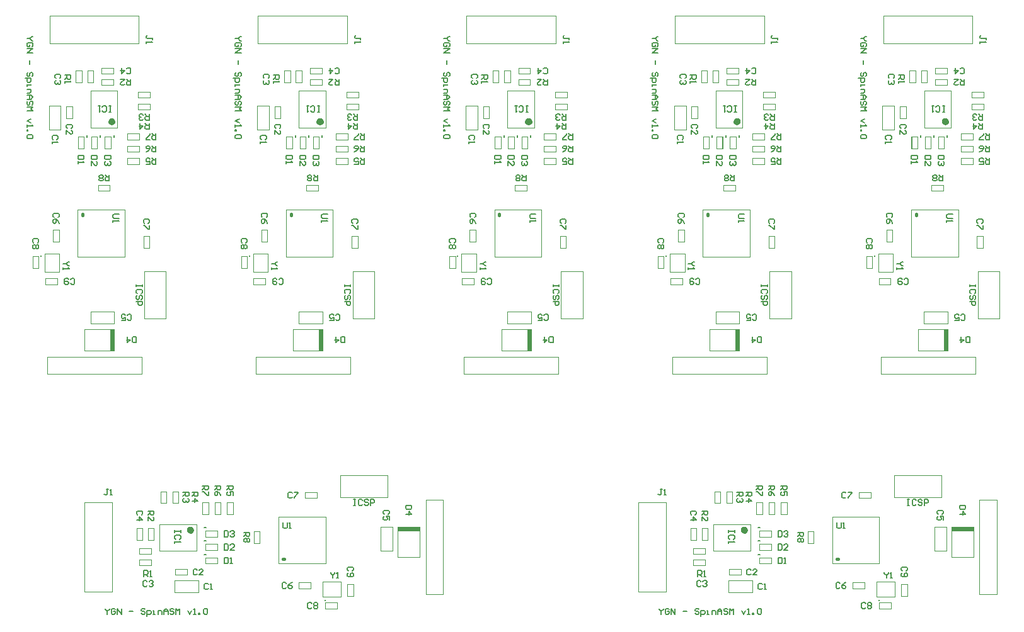
<source format=gto>
G04*
G04 #@! TF.GenerationSoftware,Altium Limited,Altium Designer,20.2.6 (244)*
G04*
G04 Layer_Color=65535*
%FSLAX25Y25*%
%MOIN*%
G70*
G04*
G04 #@! TF.SameCoordinates,E18C8A27-7A4C-4C86-8F13-DB4CBD3CA756*
G04*
G04*
G04 #@! TF.FilePolarity,Positive*
G04*
G01*
G75*
%ADD47C,0.01575*%
%ADD48C,0.00787*%
%ADD49C,0.00787*%
%ADD50C,0.02362*%
%ADD51C,0.00394*%
%ADD52C,0.00591*%
%ADD53R,0.11417X0.02118*%
%ADD54R,0.02118X0.11417*%
D47*
X465209Y73376D02*
X464422D01*
X465209D01*
X172232Y73376D02*
X171445D01*
X172232D01*
X65587Y255306D02*
Y256093D01*
Y255306D01*
X175823D02*
Y256093D01*
Y255306D01*
X286059D02*
Y256093D01*
Y255306D01*
X396295D02*
Y256093D01*
Y255306D01*
X506531D02*
Y256093D01*
Y255306D01*
D48*
X486995Y51328D02*
D03*
X194018Y51328D02*
D03*
X43539Y233519D02*
D03*
X153776D02*
D03*
X264012D02*
D03*
X374248D02*
D03*
X484484D02*
D03*
D49*
X423811Y89911D02*
X423024D01*
X423811D01*
Y82824D02*
X423024D01*
X423811D01*
Y75738D02*
X423024D01*
X423811D01*
X130835Y89911D02*
X130047D01*
X130835D01*
Y82824D02*
X130047D01*
X130835D01*
Y75738D02*
X130047D01*
X130835D01*
X82122Y296703D02*
Y297491D01*
Y296703D01*
X75035D02*
Y297491D01*
Y296703D01*
X67949D02*
Y297491D01*
Y296703D01*
X192358D02*
Y297491D01*
Y296703D01*
X185272D02*
Y297491D01*
Y296703D01*
X178185D02*
Y297491D01*
Y296703D01*
X302594D02*
Y297491D01*
Y296703D01*
X295508D02*
Y297491D01*
Y296703D01*
X288421D02*
Y297491D01*
Y296703D01*
X412831D02*
Y297491D01*
Y296703D01*
X405744D02*
Y297491D01*
Y296703D01*
X398657D02*
Y297491D01*
Y296703D01*
X523067D02*
Y297491D01*
Y296703D01*
X515980D02*
Y297491D01*
Y296703D01*
X508894D02*
Y297491D01*
Y296703D01*
D50*
X416335Y88695D02*
X415791Y89443D01*
X414911Y89157D01*
Y88232D01*
X415791Y87946D01*
X416335Y88695D01*
X123358Y88695D02*
X122814Y89443D01*
X121934Y89157D01*
Y88232D01*
X122814Y87946D01*
X123358Y88695D01*
X80905Y304180D02*
X81654Y304724D01*
X81368Y305604D01*
X80443D01*
X80157Y304724D01*
X80905Y304180D01*
X191142D02*
X191891Y304724D01*
X191604Y305604D01*
X190679D01*
X190393Y304724D01*
X191142Y304180D01*
X301378D02*
X302127Y304724D01*
X301841Y305604D01*
X300915D01*
X300629Y304724D01*
X301378Y304180D01*
X411614D02*
X412363Y304724D01*
X412077Y305604D01*
X411151D01*
X410865Y304724D01*
X411614Y304180D01*
X521850D02*
X522599Y304724D01*
X522313Y305604D01*
X521388D01*
X521102Y304724D01*
X521850Y304180D01*
D51*
X487059Y70817D02*
Y95620D01*
X462256D02*
X487059D01*
X462256Y70817D02*
X487059D01*
X462256D02*
Y95620D01*
X452355Y81545D02*
Y87844D01*
X449205Y81545D02*
X452355D01*
X449205D02*
Y87844D01*
X452355D01*
X494874Y105994D02*
X519874D01*
X494874Y117494D02*
X519874D01*
X494874Y105994D02*
Y117494D01*
X519874Y105994D02*
Y117494D01*
X536804Y74399D02*
Y90147D01*
X525386D02*
X536804D01*
X525386Y74399D02*
X536804D01*
X525386D02*
Y90147D01*
X495327Y53297D02*
Y61171D01*
X485485D02*
X495327D01*
X485485Y53297D02*
X495327D01*
X485485D02*
Y61171D01*
X472985Y60876D02*
X479284D01*
Y57726D02*
Y60876D01*
X472985Y57726D02*
Y60876D01*
Y57726D02*
X479284D01*
X501823Y53592D02*
Y59891D01*
X498674Y53592D02*
Y59891D01*
X501823D01*
X498674Y53592D02*
X501823D01*
X486863Y50147D02*
X493162D01*
Y46998D02*
Y50147D01*
X486863Y46998D02*
Y50147D01*
Y46998D02*
X493162D01*
X482630Y105561D02*
Y108710D01*
X476331Y105561D02*
Y108710D01*
X482630D01*
X476331Y105561D02*
X482630D01*
X516134Y77549D02*
X522434D01*
X516134Y90147D02*
X522434D01*
X516134Y77549D02*
Y90147D01*
X522434Y77549D02*
Y90147D01*
X407276Y61860D02*
X419874D01*
X407276Y55561D02*
X419874D01*
X407276D02*
Y61860D01*
X419874Y55561D02*
Y61860D01*
X549304Y54655D02*
Y104655D01*
X540071Y54655D02*
Y104655D01*
Y54655D02*
X549304D01*
X540071Y104655D02*
X549304D01*
X423515Y85096D02*
Y88245D01*
X429814Y85096D02*
Y88245D01*
X423515Y85096D02*
X429814D01*
X423515Y88245D02*
X429814D01*
X423542Y85089D02*
Y88238D01*
X429841Y85089D02*
Y88238D01*
X423542Y85089D02*
X429841D01*
X423542Y88238D02*
X429841D01*
X423515Y78009D02*
Y81159D01*
X429814Y78009D02*
Y81159D01*
X423515Y78009D02*
X429814D01*
X423515Y81159D02*
X429814D01*
X423542Y78002D02*
Y81152D01*
X429841Y78002D02*
Y81152D01*
X423542Y78002D02*
X429841D01*
X423542Y81152D02*
X429841D01*
X423515Y70923D02*
Y74072D01*
X429814Y70923D02*
Y74072D01*
X423515Y70923D02*
X429814D01*
X423515Y74072D02*
X429814D01*
X423542Y70916D02*
Y74065D01*
X429841Y70916D02*
Y74065D01*
X423542Y70916D02*
X429841D01*
X423542Y74065D02*
X429841D01*
X359441Y55954D02*
X374205D01*
X359441D02*
Y103199D01*
X374205D01*
Y55954D02*
Y103199D01*
X399205Y77608D02*
X418890D01*
X399205D02*
Y91781D01*
X418890D01*
Y77608D02*
Y91781D01*
X394874Y69832D02*
Y72982D01*
X388575Y69832D02*
Y72982D01*
X394874D01*
X388575Y69832D02*
X394874D01*
X406095Y102805D02*
Y109104D01*
X409244Y102805D02*
Y109104D01*
X406095D02*
X409244D01*
X406095Y102805D02*
X409244D01*
X403044D02*
Y109104D01*
X399894Y102805D02*
Y109104D01*
Y102805D02*
X403044D01*
X399894Y109104D02*
X403044D01*
X421941Y96998D02*
Y103297D01*
X425091Y96998D02*
Y103297D01*
X421941D02*
X425091D01*
X421941Y96998D02*
X425091D01*
X428437D02*
Y103297D01*
X431587Y96998D02*
Y103297D01*
X428437D02*
X431587D01*
X428437Y96998D02*
X431587D01*
X393201Y89714D02*
X396351D01*
X393201Y83415D02*
X396351D01*
X393201D02*
Y89714D01*
X396351Y83415D02*
Y89714D01*
X390248Y83415D02*
Y89714D01*
X387099Y83415D02*
Y89714D01*
Y83415D02*
X390248D01*
X387099Y89714D02*
X390248D01*
X394874Y75935D02*
Y79084D01*
X388575Y75935D02*
Y79084D01*
X394874D01*
X388575Y75935D02*
X394874D01*
X434934Y96998D02*
Y103297D01*
X438083Y96998D02*
Y103297D01*
X434934D02*
X438083D01*
X434934Y96998D02*
X438083D01*
X407670Y64813D02*
X413969D01*
X407670Y67962D02*
X413969D01*
X407670Y64813D02*
Y67962D01*
X413969Y64813D02*
Y67962D01*
X194083Y70816D02*
Y95620D01*
X169280D02*
X194083D01*
X169280Y70816D02*
X194083D01*
X169280D02*
Y95620D01*
X159378Y81545D02*
Y87844D01*
X156228Y81545D02*
X159378D01*
X156228D02*
Y87844D01*
X159378D01*
X201898Y105994D02*
X226898D01*
X201898Y117494D02*
X226898D01*
X201898Y105994D02*
Y117494D01*
X226898Y105994D02*
Y117494D01*
X243827Y74399D02*
Y90147D01*
X232409D02*
X243827D01*
X232409Y74399D02*
X243827D01*
X232409D02*
Y90147D01*
X202350Y53297D02*
Y61171D01*
X192508D02*
X202350D01*
X192508Y53297D02*
X202350D01*
X192508D02*
Y61171D01*
X180008Y60876D02*
X186307D01*
Y57726D02*
Y60876D01*
X180008Y57726D02*
Y60876D01*
Y57726D02*
X186307D01*
X208846Y53592D02*
Y59891D01*
X205697Y53592D02*
Y59891D01*
X208846D01*
X205697Y53592D02*
X208846D01*
X193886Y50147D02*
X200185D01*
Y46998D02*
Y50147D01*
X193886Y46998D02*
Y50147D01*
Y46998D02*
X200185D01*
X189654Y105561D02*
Y108710D01*
X183354Y105561D02*
Y108710D01*
X189654D01*
X183354Y105561D02*
X189654D01*
X223157Y77549D02*
X229457D01*
X223157Y90147D02*
X229457D01*
X223157Y77549D02*
Y90147D01*
X229457Y77549D02*
Y90147D01*
X114299Y61860D02*
X126898D01*
X114299Y55561D02*
X126898D01*
X114299D02*
Y61860D01*
X126898Y55561D02*
Y61860D01*
X256327Y54655D02*
Y104655D01*
X247094Y54655D02*
Y104655D01*
Y54655D02*
X256327D01*
X247094Y104655D02*
X256327D01*
X130538Y85096D02*
Y88245D01*
X136837Y85096D02*
Y88245D01*
X130538Y85096D02*
X136837D01*
X130538Y88245D02*
X136837D01*
X130565Y85089D02*
Y88238D01*
X136864Y85089D02*
Y88238D01*
X130565Y85089D02*
X136864D01*
X130565Y88238D02*
X136864D01*
X130538Y78009D02*
Y81159D01*
X136837Y78009D02*
Y81159D01*
X130538Y78009D02*
X136837D01*
X130538Y81159D02*
X136837D01*
X130565Y78002D02*
Y81152D01*
X136864Y78002D02*
Y81152D01*
X130565Y78002D02*
X136864D01*
X130565Y81152D02*
X136864D01*
X130538Y70923D02*
Y74072D01*
X136837Y70923D02*
Y74072D01*
X130538Y70923D02*
X136837D01*
X130538Y74072D02*
X136837D01*
X130565Y70915D02*
Y74065D01*
X136864Y70915D02*
Y74065D01*
X130565Y70915D02*
X136864D01*
X130565Y74065D02*
X136864D01*
X66465Y55954D02*
X81228D01*
X66465D02*
Y103198D01*
X81228D01*
Y55954D02*
Y103198D01*
X106228Y77608D02*
X125913D01*
X106228D02*
Y91781D01*
X125913D01*
Y77608D02*
Y91781D01*
X101898Y69832D02*
Y72982D01*
X95598Y69832D02*
Y72982D01*
X101898D01*
X95598Y69832D02*
X101898D01*
X113118Y102805D02*
Y109104D01*
X116268Y102805D02*
Y109104D01*
X113118D02*
X116268D01*
X113118Y102805D02*
X116268D01*
X110067D02*
Y109104D01*
X106917Y102805D02*
Y109104D01*
Y102805D02*
X110067D01*
X106917Y109104D02*
X110067D01*
X128964Y96998D02*
Y103297D01*
X132114Y96998D02*
Y103297D01*
X128964D02*
X132114D01*
X128964Y96998D02*
X132114D01*
X135461D02*
Y103297D01*
X138610Y96998D02*
Y103297D01*
X135461D02*
X138610D01*
X135461Y96998D02*
X138610D01*
X100224Y89714D02*
X103374D01*
X100224Y83415D02*
X103374D01*
X100224D02*
Y89714D01*
X103374Y83415D02*
Y89714D01*
X97272Y83415D02*
Y89714D01*
X94122Y83415D02*
Y89714D01*
Y83415D02*
X97272D01*
X94122Y89714D02*
X97272D01*
X101898Y75935D02*
Y79084D01*
X95598Y75935D02*
Y79084D01*
X101898D01*
X95598Y75935D02*
X101898D01*
X141957Y96998D02*
Y103297D01*
X145106Y96998D02*
Y103297D01*
X141957D02*
X145106D01*
X141957Y96998D02*
X145106D01*
X114693Y64813D02*
X120992D01*
X114693Y67962D02*
X120992D01*
X114693Y64813D02*
Y67962D01*
X120992Y64813D02*
Y67962D01*
X63028Y233455D02*
X87831D01*
Y258258D02*
Y233455D01*
X63028Y258258D02*
Y233455D01*
Y258258D02*
X87831D01*
X73756Y268160D02*
X80055D01*
X73756Y271309D02*
Y268160D01*
Y271309D02*
X80055D01*
Y268160D01*
X98205Y225640D02*
Y200640D01*
X109705Y225640D02*
Y200640D01*
X98205Y225640D02*
X109705D01*
X98205Y200640D02*
X109705D01*
X66610Y183711D02*
X82358D01*
Y195128D02*
Y183711D01*
X66610Y195128D02*
Y183711D01*
Y195128D02*
X82358D01*
X45508Y225187D02*
X53382D01*
Y235030D02*
Y225187D01*
X45508Y235030D02*
Y225187D01*
Y235030D02*
X53382D01*
X53087Y247530D02*
Y241231D01*
X49937D02*
X53087D01*
X49937Y247530D02*
X53087D01*
X49937D02*
Y241231D01*
X45803Y218691D02*
X52102D01*
X45803Y221841D02*
X52102D01*
Y218691D01*
X45803Y221841D02*
Y218691D01*
X42358Y233652D02*
Y227353D01*
X39209D02*
X42358D01*
X39209Y233652D02*
X42358D01*
X39209D02*
Y227353D01*
X97772Y237884D02*
X100921D01*
X97772Y244183D02*
X100921D01*
Y237884D01*
X97772Y244183D02*
Y237884D01*
X69760Y204380D02*
Y198081D01*
X82358Y204380D02*
Y198081D01*
X69760Y204380D02*
X82358D01*
X69760Y198081D02*
X82358D01*
X54071Y313239D02*
Y300640D01*
X47772Y313239D02*
Y300640D01*
Y313239D02*
X54071D01*
X47772Y300640D02*
X54071D01*
X46866Y171211D02*
X96866D01*
X46866Y180443D02*
X96866D01*
X46866D02*
Y171211D01*
X96866Y180443D02*
Y171211D01*
X77307Y297000D02*
X80456D01*
X77307Y290701D02*
X80456D01*
X77307Y297000D02*
Y290701D01*
X80456Y297000D02*
Y290701D01*
X77300Y296972D02*
X80449D01*
X77300Y290673D02*
X80449D01*
X77300Y296972D02*
Y290673D01*
X80449Y296972D02*
Y290673D01*
X70220Y297000D02*
X73370D01*
X70220Y290701D02*
X73370D01*
X70220Y297000D02*
Y290701D01*
X73370Y297000D02*
Y290701D01*
X70213Y296972D02*
X73363D01*
X70213Y290673D02*
X73363D01*
X70213Y296972D02*
Y290673D01*
X73363Y296972D02*
Y290673D01*
X63134Y297000D02*
X66283D01*
X63134Y290701D02*
X66283D01*
X63134Y297000D02*
Y290701D01*
X66283Y297000D02*
Y290701D01*
X63126Y296972D02*
X66276D01*
X63126Y290673D02*
X66276D01*
X63126Y296972D02*
Y290673D01*
X66276Y296972D02*
Y290673D01*
X48165Y361073D02*
Y346309D01*
Y361073D02*
X95409D01*
Y346309D01*
X48165D02*
X95409D01*
X69819Y321309D02*
Y301624D01*
Y321309D02*
X83992D01*
Y301624D01*
X69819D02*
X83992D01*
X62043Y325640D02*
X65193D01*
X62043Y331939D02*
X65193D01*
Y325640D01*
X62043Y331939D02*
Y325640D01*
X95016Y314420D02*
X101315D01*
X95016Y311270D02*
X101315D01*
Y314420D02*
Y311270D01*
X95016Y314420D02*
Y311270D01*
Y317471D02*
X101315D01*
X95016Y320620D02*
X101315D01*
X95016D02*
Y317471D01*
X101315Y320620D02*
Y317471D01*
X89209Y298573D02*
X95508D01*
X89209Y295424D02*
X95508D01*
Y298573D02*
Y295424D01*
X89209Y298573D02*
Y295424D01*
Y292077D02*
X95508D01*
X89209Y288928D02*
X95508D01*
Y292077D02*
Y288928D01*
X89209Y292077D02*
Y288928D01*
X81925Y327313D02*
Y324164D01*
X75626Y327313D02*
Y324164D01*
Y327313D02*
X81925D01*
X75626Y324164D02*
X81925D01*
X75626Y330266D02*
X81925D01*
X75626Y333416D02*
X81925D01*
X75626D02*
Y330266D01*
X81925Y333416D02*
Y330266D01*
X68146Y325640D02*
X71295D01*
X68146Y331939D02*
X71295D01*
Y325640D01*
X68146Y331939D02*
Y325640D01*
X89209Y285581D02*
X95508D01*
X89209Y282432D02*
X95508D01*
Y285581D02*
Y282432D01*
X89209Y285581D02*
Y282432D01*
X57024Y312845D02*
Y306546D01*
X60173Y312845D02*
Y306546D01*
X57024Y312845D02*
X60173D01*
X57024Y306546D02*
X60173D01*
X173264Y233455D02*
X198067D01*
Y258258D02*
Y233455D01*
X173264Y258258D02*
Y233455D01*
Y258258D02*
X198067D01*
X183992Y268160D02*
X190291D01*
X183992Y271309D02*
Y268160D01*
Y271309D02*
X190291D01*
Y268160D01*
X208441Y225640D02*
Y200640D01*
X219941Y225640D02*
Y200640D01*
X208441Y225640D02*
X219941D01*
X208441Y200640D02*
X219941D01*
X176846Y183711D02*
X192595D01*
Y195128D02*
Y183711D01*
X176846Y195128D02*
Y183711D01*
Y195128D02*
X192595D01*
X155744Y225187D02*
X163618D01*
Y235030D02*
Y225187D01*
X155744Y235030D02*
Y225187D01*
Y235030D02*
X163618D01*
X163323Y247530D02*
Y241231D01*
X160173D02*
X163323D01*
X160173Y247530D02*
X163323D01*
X160173D02*
Y241231D01*
X156039Y218691D02*
X162339D01*
X156039Y221841D02*
X162339D01*
Y218691D01*
X156039Y221841D02*
Y218691D01*
X152594Y233652D02*
Y227353D01*
X149445D02*
X152594D01*
X149445Y233652D02*
X152594D01*
X149445D02*
Y227353D01*
X208008Y237884D02*
X211157D01*
X208008Y244183D02*
X211157D01*
Y237884D01*
X208008Y244183D02*
Y237884D01*
X179996Y204380D02*
Y198081D01*
X192595Y204380D02*
Y198081D01*
X179996Y204380D02*
X192595D01*
X179996Y198081D02*
X192595D01*
X164307Y313239D02*
Y300640D01*
X158008Y313239D02*
Y300640D01*
Y313239D02*
X164307D01*
X158008Y300640D02*
X164307D01*
X157102Y171211D02*
X207102D01*
X157102Y180443D02*
X207102D01*
X157102D02*
Y171211D01*
X207102Y180443D02*
Y171211D01*
X187543Y297000D02*
X190693D01*
X187543Y290701D02*
X190693D01*
X187543Y297000D02*
Y290701D01*
X190693Y297000D02*
Y290701D01*
X187536Y296972D02*
X190685D01*
X187536Y290673D02*
X190685D01*
X187536Y296972D02*
Y290673D01*
X190685Y296972D02*
Y290673D01*
X180456Y297000D02*
X183606D01*
X180456Y290701D02*
X183606D01*
X180456Y297000D02*
Y290701D01*
X183606Y297000D02*
Y290701D01*
X180449Y296972D02*
X183599D01*
X180449Y290673D02*
X183599D01*
X180449Y296972D02*
Y290673D01*
X183599Y296972D02*
Y290673D01*
X173370Y297000D02*
X176519D01*
X173370Y290701D02*
X176519D01*
X173370Y297000D02*
Y290701D01*
X176519Y297000D02*
Y290701D01*
X173363Y296972D02*
X176512D01*
X173363Y290673D02*
X176512D01*
X173363Y296972D02*
Y290673D01*
X176512Y296972D02*
Y290673D01*
X158402Y361073D02*
Y346309D01*
Y361073D02*
X205646D01*
Y346309D01*
X158402D02*
X205646D01*
X180055Y321309D02*
Y301624D01*
Y321309D02*
X194228D01*
Y301624D01*
X180055D02*
X194228D01*
X172280Y325640D02*
X175429D01*
X172280Y331939D02*
X175429D01*
Y325640D01*
X172280Y331939D02*
Y325640D01*
X205252Y314420D02*
X211551D01*
X205252Y311270D02*
X211551D01*
Y314420D02*
Y311270D01*
X205252Y314420D02*
Y311270D01*
Y317471D02*
X211551D01*
X205252Y320620D02*
X211551D01*
X205252D02*
Y317471D01*
X211551Y320620D02*
Y317471D01*
X199445Y298573D02*
X205744D01*
X199445Y295424D02*
X205744D01*
Y298573D02*
Y295424D01*
X199445Y298573D02*
Y295424D01*
Y292077D02*
X205744D01*
X199445Y288928D02*
X205744D01*
Y292077D02*
Y288928D01*
X199445Y292077D02*
Y288928D01*
X192161Y327313D02*
Y324164D01*
X185862Y327313D02*
Y324164D01*
Y327313D02*
X192161D01*
X185862Y324164D02*
X192161D01*
X185862Y330266D02*
X192161D01*
X185862Y333416D02*
X192161D01*
X185862D02*
Y330266D01*
X192161Y333416D02*
Y330266D01*
X178382Y325640D02*
X181532D01*
X178382Y331939D02*
X181532D01*
Y325640D01*
X178382Y331939D02*
Y325640D01*
X199445Y285581D02*
X205744D01*
X199445Y282432D02*
X205744D01*
Y285581D02*
Y282432D01*
X199445Y285581D02*
Y282432D01*
X167260Y312845D02*
Y306546D01*
X170409Y312845D02*
Y306546D01*
X167260Y312845D02*
X170409D01*
X167260Y306546D02*
X170409D01*
X283500Y233455D02*
X308303D01*
Y258258D02*
Y233455D01*
X283500Y258258D02*
Y233455D01*
Y258258D02*
X308303D01*
X294228Y268160D02*
X300528D01*
X294228Y271309D02*
Y268160D01*
Y271309D02*
X300528D01*
Y268160D01*
X318677Y225640D02*
Y200640D01*
X330177Y225640D02*
Y200640D01*
X318677Y225640D02*
X330177D01*
X318677Y200640D02*
X330177D01*
X287083Y183711D02*
X302831D01*
Y195128D02*
Y183711D01*
X287083Y195128D02*
Y183711D01*
Y195128D02*
X302831D01*
X265980Y225187D02*
X273854D01*
Y235030D02*
Y225187D01*
X265980Y235030D02*
Y225187D01*
Y235030D02*
X273854D01*
X273559Y247530D02*
Y241231D01*
X270409D02*
X273559D01*
X270409Y247530D02*
X273559D01*
X270409D02*
Y241231D01*
X266276Y218691D02*
X272575D01*
X266276Y221841D02*
X272575D01*
Y218691D01*
X266276Y221841D02*
Y218691D01*
X262831Y233652D02*
Y227353D01*
X259681D02*
X262831D01*
X259681Y233652D02*
X262831D01*
X259681D02*
Y227353D01*
X318244Y237884D02*
X321394D01*
X318244Y244183D02*
X321394D01*
Y237884D01*
X318244Y244183D02*
Y237884D01*
X290232Y204380D02*
Y198081D01*
X302831Y204380D02*
Y198081D01*
X290232Y204380D02*
X302831D01*
X290232Y198081D02*
X302831D01*
X274543Y313239D02*
Y300640D01*
X268244Y313239D02*
Y300640D01*
Y313239D02*
X274543D01*
X268244Y300640D02*
X274543D01*
X267339Y171211D02*
X317339D01*
X267339Y180443D02*
X317339D01*
X267339D02*
Y171211D01*
X317339Y180443D02*
Y171211D01*
X297779Y297000D02*
X300929D01*
X297779Y290701D02*
X300929D01*
X297779Y297000D02*
Y290701D01*
X300929Y297000D02*
Y290701D01*
X297772Y296972D02*
X300922D01*
X297772Y290673D02*
X300922D01*
X297772Y296972D02*
Y290673D01*
X300922Y296972D02*
Y290673D01*
X290693Y297000D02*
X293842D01*
X290693Y290701D02*
X293842D01*
X290693Y297000D02*
Y290701D01*
X293842Y297000D02*
Y290701D01*
X290686Y296972D02*
X293835D01*
X290686Y290673D02*
X293835D01*
X290686Y296972D02*
Y290673D01*
X293835Y296972D02*
Y290673D01*
X283606Y297000D02*
X286756D01*
X283606Y290701D02*
X286756D01*
X283606Y297000D02*
Y290701D01*
X286756Y297000D02*
Y290701D01*
X283599Y296972D02*
X286749D01*
X283599Y290673D02*
X286749D01*
X283599Y296972D02*
Y290673D01*
X286749Y296972D02*
Y290673D01*
X268638Y361073D02*
Y346309D01*
Y361073D02*
X315882D01*
Y346309D01*
X268638D02*
X315882D01*
X290291Y321309D02*
Y301624D01*
Y321309D02*
X304465D01*
Y301624D01*
X290291D02*
X304465D01*
X282516Y325640D02*
X285665D01*
X282516Y331939D02*
X285665D01*
Y325640D01*
X282516Y331939D02*
Y325640D01*
X315488Y314420D02*
X321787D01*
X315488Y311270D02*
X321787D01*
Y314420D02*
Y311270D01*
X315488Y314420D02*
Y311270D01*
Y317471D02*
X321787D01*
X315488Y320620D02*
X321787D01*
X315488D02*
Y317471D01*
X321787Y320620D02*
Y317471D01*
X309681Y298573D02*
X315980D01*
X309681Y295424D02*
X315980D01*
Y298573D02*
Y295424D01*
X309681Y298573D02*
Y295424D01*
Y292077D02*
X315980D01*
X309681Y288928D02*
X315980D01*
Y292077D02*
Y288928D01*
X309681Y292077D02*
Y288928D01*
X302398Y327313D02*
Y324164D01*
X296098Y327313D02*
Y324164D01*
Y327313D02*
X302398D01*
X296098Y324164D02*
X302398D01*
X296098Y330266D02*
X302398D01*
X296098Y333416D02*
X302398D01*
X296098D02*
Y330266D01*
X302398Y333416D02*
Y330266D01*
X288618Y325640D02*
X291768D01*
X288618Y331939D02*
X291768D01*
Y325640D01*
X288618Y331939D02*
Y325640D01*
X309681Y285581D02*
X315980D01*
X309681Y282432D02*
X315980D01*
Y285581D02*
Y282432D01*
X309681Y285581D02*
Y282432D01*
X277496Y312845D02*
Y306546D01*
X280646Y312845D02*
Y306546D01*
X277496Y312845D02*
X280646D01*
X277496Y306546D02*
X280646D01*
X393736Y233455D02*
X418539D01*
Y258258D02*
Y233455D01*
X393736Y258258D02*
Y233455D01*
Y258258D02*
X418539D01*
X404464Y268160D02*
X410764D01*
X404464Y271309D02*
Y268160D01*
Y271309D02*
X410764D01*
Y268160D01*
X428913Y225640D02*
Y200640D01*
X440413Y225640D02*
Y200640D01*
X428913Y225640D02*
X440413D01*
X428913Y200640D02*
X440413D01*
X397319Y183711D02*
X413067D01*
Y195128D02*
Y183711D01*
X397319Y195128D02*
Y183711D01*
Y195128D02*
X413067D01*
X376217Y225187D02*
X384090D01*
Y235030D02*
Y225187D01*
X376217Y235030D02*
Y225187D01*
Y235030D02*
X384090D01*
X383795Y247530D02*
Y241231D01*
X380646D02*
X383795D01*
X380646Y247530D02*
X383795D01*
X380646D02*
Y241231D01*
X376512Y218691D02*
X382811D01*
X376512Y221841D02*
X382811D01*
Y218691D01*
X376512Y221841D02*
Y218691D01*
X373067Y233652D02*
Y227353D01*
X369917D02*
X373067D01*
X369917Y233652D02*
X373067D01*
X369917D02*
Y227353D01*
X428480Y237884D02*
X431630D01*
X428480Y244183D02*
X431630D01*
Y237884D01*
X428480Y244183D02*
Y237884D01*
X400468Y204380D02*
Y198081D01*
X413067Y204380D02*
Y198081D01*
X400468Y204380D02*
X413067D01*
X400468Y198081D02*
X413067D01*
X384780Y313239D02*
Y300640D01*
X378480Y313239D02*
Y300640D01*
Y313239D02*
X384780D01*
X378480Y300640D02*
X384780D01*
X377575Y171211D02*
X427575D01*
X377575Y180443D02*
X427575D01*
X377575D02*
Y171211D01*
X427575Y180443D02*
Y171211D01*
X408015Y297000D02*
X411165D01*
X408015Y290701D02*
X411165D01*
X408015Y297000D02*
Y290701D01*
X411165Y297000D02*
Y290701D01*
X408008Y296972D02*
X411158D01*
X408008Y290673D02*
X411158D01*
X408008Y296972D02*
Y290673D01*
X411158Y296972D02*
Y290673D01*
X400929Y297000D02*
X404078D01*
X400929Y290701D02*
X404078D01*
X400929Y297000D02*
Y290701D01*
X404078Y297000D02*
Y290701D01*
X400922Y296972D02*
X404071D01*
X400922Y290673D02*
X404071D01*
X400922Y296972D02*
Y290673D01*
X404071Y296972D02*
Y290673D01*
X393842Y297000D02*
X396992D01*
X393842Y290701D02*
X396992D01*
X393842Y297000D02*
Y290701D01*
X396992Y297000D02*
Y290701D01*
X393835Y296972D02*
X396985D01*
X393835Y290673D02*
X396985D01*
X393835Y296972D02*
Y290673D01*
X396985Y296972D02*
Y290673D01*
X378874Y361073D02*
Y346309D01*
Y361073D02*
X426118D01*
Y346309D01*
X378874D02*
X426118D01*
X400528Y321309D02*
Y301624D01*
Y321309D02*
X414701D01*
Y301624D01*
X400528D02*
X414701D01*
X392752Y325640D02*
X395902D01*
X392752Y331939D02*
X395902D01*
Y325640D01*
X392752Y331939D02*
Y325640D01*
X425724Y314420D02*
X432024D01*
X425724Y311270D02*
X432024D01*
Y314420D02*
Y311270D01*
X425724Y314420D02*
Y311270D01*
Y317471D02*
X432024D01*
X425724Y320620D02*
X432024D01*
X425724D02*
Y317471D01*
X432024Y320620D02*
Y317471D01*
X419917Y298573D02*
X426217D01*
X419917Y295424D02*
X426217D01*
Y298573D02*
Y295424D01*
X419917Y298573D02*
Y295424D01*
Y292077D02*
X426217D01*
X419917Y288928D02*
X426217D01*
Y292077D02*
Y288928D01*
X419917Y292077D02*
Y288928D01*
X412634Y327313D02*
Y324164D01*
X406335Y327313D02*
Y324164D01*
Y327313D02*
X412634D01*
X406335Y324164D02*
X412634D01*
X406335Y330266D02*
X412634D01*
X406335Y333416D02*
X412634D01*
X406335D02*
Y330266D01*
X412634Y333416D02*
Y330266D01*
X398854Y325640D02*
X402004D01*
X398854Y331939D02*
X402004D01*
Y325640D01*
X398854Y331939D02*
Y325640D01*
X419917Y285581D02*
X426217D01*
X419917Y282432D02*
X426217D01*
Y285581D02*
Y282432D01*
X419917Y285581D02*
Y282432D01*
X387732Y312845D02*
Y306546D01*
X390882Y312845D02*
Y306546D01*
X387732Y312845D02*
X390882D01*
X387732Y306546D02*
X390882D01*
X503972Y233455D02*
X528776D01*
Y258258D02*
Y233455D01*
X503972Y258258D02*
Y233455D01*
Y258258D02*
X528776D01*
X514701Y268160D02*
X521000D01*
X514701Y271309D02*
Y268160D01*
Y271309D02*
X521000D01*
Y268160D01*
X539150Y225640D02*
Y200640D01*
X550650Y225640D02*
Y200640D01*
X539150Y225640D02*
X550650D01*
X539150Y200640D02*
X550650D01*
X507555Y183711D02*
X523303D01*
Y195128D02*
Y183711D01*
X507555Y195128D02*
Y183711D01*
Y195128D02*
X523303D01*
X486453Y225187D02*
X494327D01*
Y235030D02*
Y225187D01*
X486453Y235030D02*
Y225187D01*
Y235030D02*
X494327D01*
X494031Y247530D02*
Y241231D01*
X490882D02*
X494031D01*
X490882Y247530D02*
X494031D01*
X490882D02*
Y241231D01*
X486748Y218691D02*
X493047D01*
X486748Y221841D02*
X493047D01*
Y218691D01*
X486748Y221841D02*
Y218691D01*
X483303Y233652D02*
Y227353D01*
X480154D02*
X483303D01*
X480154Y233652D02*
X483303D01*
X480154D02*
Y227353D01*
X538717Y237884D02*
X541866D01*
X538717Y244183D02*
X541866D01*
Y237884D01*
X538717Y244183D02*
Y237884D01*
X510705Y204380D02*
Y198081D01*
X523303Y204380D02*
Y198081D01*
X510705Y204380D02*
X523303D01*
X510705Y198081D02*
X523303D01*
X495016Y313239D02*
Y300640D01*
X488717Y313239D02*
Y300640D01*
Y313239D02*
X495016D01*
X488717Y300640D02*
X495016D01*
X487811Y171211D02*
X537811D01*
X487811Y180443D02*
X537811D01*
X487811D02*
Y171211D01*
X537811Y180443D02*
Y171211D01*
X518252Y297000D02*
X521401D01*
X518252Y290701D02*
X521401D01*
X518252Y297000D02*
Y290701D01*
X521401Y297000D02*
Y290701D01*
X518245Y296972D02*
X521394D01*
X518245Y290673D02*
X521394D01*
X518245Y296972D02*
Y290673D01*
X521394Y296972D02*
Y290673D01*
X511165Y297000D02*
X514315D01*
X511165Y290701D02*
X514315D01*
X511165Y297000D02*
Y290701D01*
X514315Y297000D02*
Y290701D01*
X511158Y296972D02*
X514307D01*
X511158Y290673D02*
X514307D01*
X511158Y296972D02*
Y290673D01*
X514307Y296972D02*
Y290673D01*
X504078Y297000D02*
X507228D01*
X504078Y290701D02*
X507228D01*
X504078Y297000D02*
Y290701D01*
X507228Y297000D02*
Y290701D01*
X504071Y296972D02*
X507221D01*
X504071Y290673D02*
X507221D01*
X504071Y296972D02*
Y290673D01*
X507221Y296972D02*
Y290673D01*
X489110Y361073D02*
Y346309D01*
Y361073D02*
X536354D01*
Y346309D01*
X489110D02*
X536354D01*
X510764Y321309D02*
Y301624D01*
Y321309D02*
X524937D01*
Y301624D01*
X510764D02*
X524937D01*
X502988Y325640D02*
X506138D01*
X502988Y331939D02*
X506138D01*
Y325640D01*
X502988Y331939D02*
Y325640D01*
X535961Y314420D02*
X542260D01*
X535961Y311270D02*
X542260D01*
Y314420D02*
Y311270D01*
X535961Y314420D02*
Y311270D01*
Y317471D02*
X542260D01*
X535961Y320620D02*
X542260D01*
X535961D02*
Y317471D01*
X542260Y320620D02*
Y317471D01*
X530154Y298573D02*
X536453D01*
X530154Y295424D02*
X536453D01*
Y298573D02*
Y295424D01*
X530154Y298573D02*
Y295424D01*
Y292077D02*
X536453D01*
X530154Y288928D02*
X536453D01*
Y292077D02*
Y288928D01*
X530154Y292077D02*
Y288928D01*
X522870Y327313D02*
Y324164D01*
X516571Y327313D02*
Y324164D01*
Y327313D02*
X522870D01*
X516571Y324164D02*
X522870D01*
X516571Y330266D02*
X522870D01*
X516571Y333416D02*
X522870D01*
X516571D02*
Y330266D01*
X522870Y333416D02*
Y330266D01*
X509091Y325640D02*
X512240D01*
X509091Y331939D02*
X512240D01*
Y325640D01*
X509091Y331939D02*
Y325640D01*
X530154Y285581D02*
X536453D01*
X530154Y282432D02*
X536453D01*
Y285581D02*
Y282432D01*
X530154Y285581D02*
Y282432D01*
X497968Y312845D02*
Y306546D01*
X501118Y312845D02*
Y306546D01*
X497968Y312845D02*
X501118D01*
X497968Y306546D02*
X501118D01*
D52*
X464685Y92666D02*
Y90043D01*
X465210Y89518D01*
X466259D01*
X466784Y90043D01*
Y92666D01*
X467833Y89518D02*
X468883D01*
X468358D01*
Y92666D01*
X467833Y92142D01*
X370662Y47095D02*
Y46570D01*
X371711Y45521D01*
X372761Y46570D01*
Y47095D01*
X371711Y45521D02*
Y43946D01*
X375909Y46570D02*
X375385Y47095D01*
X374335D01*
X373810Y46570D01*
Y44471D01*
X374335Y43946D01*
X375385D01*
X375909Y44471D01*
Y45521D01*
X374860D01*
X376959Y43946D02*
Y47095D01*
X379058Y43946D01*
Y47095D01*
X383256Y45521D02*
X385355D01*
X391652Y46570D02*
X391128Y47095D01*
X390078D01*
X389553Y46570D01*
Y46046D01*
X390078Y45521D01*
X391128D01*
X391652Y44996D01*
Y44471D01*
X391128Y43946D01*
X390078D01*
X389553Y44471D01*
X392702Y42897D02*
Y46046D01*
X394276D01*
X394801Y45521D01*
Y44471D01*
X394276Y43946D01*
X392702D01*
X395850D02*
X396900D01*
X396375D01*
Y46046D01*
X395850D01*
X398474Y43946D02*
Y46046D01*
X400049D01*
X400573Y45521D01*
Y43946D01*
X401623D02*
Y46046D01*
X402672Y47095D01*
X403722Y46046D01*
Y43946D01*
Y45521D01*
X401623D01*
X406871Y46570D02*
X406346Y47095D01*
X405296D01*
X404772Y46570D01*
Y46046D01*
X405296Y45521D01*
X406346D01*
X406871Y44996D01*
Y44471D01*
X406346Y43946D01*
X405296D01*
X404772Y44471D01*
X407920Y43946D02*
Y47095D01*
X408970Y46046D01*
X410019Y47095D01*
Y43946D01*
X414217Y46046D02*
X415267Y43946D01*
X416316Y46046D01*
X417366Y43946D02*
X418415D01*
X417891D01*
Y47095D01*
X417366Y46570D01*
X419990Y43946D02*
Y44471D01*
X420514D01*
Y43946D01*
X419990D01*
X422614Y46570D02*
X423138Y47095D01*
X424188D01*
X424713Y46570D01*
Y44471D01*
X424188Y43946D01*
X423138D01*
X422614Y44471D01*
Y46570D01*
X443891Y87417D02*
X447039D01*
Y85842D01*
X446515Y85318D01*
X445465D01*
X444940Y85842D01*
Y87417D01*
Y86367D02*
X443891Y85318D01*
X446515Y84268D02*
X447039Y83743D01*
Y82694D01*
X446515Y82169D01*
X445990D01*
X445465Y82694D01*
X444940Y82169D01*
X444416D01*
X443891Y82694D01*
Y83743D01*
X444416Y84268D01*
X444940D01*
X445465Y83743D01*
X445990Y84268D01*
X446515D01*
X445465Y83743D02*
Y82694D01*
X501864Y104911D02*
X502914D01*
X502389D01*
Y101762D01*
X501864D01*
X502914D01*
X506587Y104386D02*
X506063Y104911D01*
X505013D01*
X504488Y104386D01*
Y102287D01*
X505013Y101762D01*
X506063D01*
X506587Y102287D01*
X509736Y104386D02*
X509211Y104911D01*
X508162D01*
X507637Y104386D01*
Y103861D01*
X508162Y103336D01*
X509211D01*
X509736Y102812D01*
Y102287D01*
X509211Y101762D01*
X508162D01*
X507637Y102287D01*
X510785Y101762D02*
Y104911D01*
X512360D01*
X512885Y104386D01*
Y103336D01*
X512360Y102812D01*
X510785D01*
X520333Y97030D02*
X520858Y97555D01*
Y98605D01*
X520333Y99129D01*
X518234D01*
X517710Y98605D01*
Y97555D01*
X518234Y97030D01*
X520858Y93882D02*
Y95981D01*
X519284D01*
X519809Y94931D01*
Y94406D01*
X519284Y93882D01*
X518234D01*
X517710Y94406D01*
Y95456D01*
X518234Y95981D01*
X532669Y101783D02*
X529521D01*
Y100209D01*
X530045Y99684D01*
X532144D01*
X532669Y100209D01*
Y101783D01*
X529521Y97060D02*
X532669D01*
X531095Y98634D01*
Y96535D01*
X416430Y108578D02*
X419579D01*
Y107004D01*
X419054Y106479D01*
X418004D01*
X417480Y107004D01*
Y108578D01*
Y107529D02*
X416430Y106479D01*
Y103855D02*
X419579D01*
X418004Y105430D01*
Y103331D01*
X411706Y108578D02*
X414854D01*
Y107004D01*
X414329Y106479D01*
X413280D01*
X412755Y107004D01*
Y108578D01*
Y107529D02*
X411706Y106479D01*
X414329Y105430D02*
X414854Y104905D01*
Y103855D01*
X414329Y103331D01*
X413805D01*
X413280Y103855D01*
Y104380D01*
Y103855D01*
X412755Y103331D01*
X412230D01*
X411706Y103855D01*
Y104905D01*
X412230Y105430D01*
X421942Y112121D02*
X425090D01*
Y110547D01*
X424566Y110022D01*
X423516D01*
X422991Y110547D01*
Y112121D01*
Y111072D02*
X421942Y110022D01*
X425090Y108973D02*
Y106874D01*
X424566D01*
X422467Y108973D01*
X421942D01*
X428438Y112121D02*
X431587D01*
Y110547D01*
X431062Y110022D01*
X430012D01*
X429488Y110547D01*
Y112121D01*
Y111072D02*
X428438Y110022D01*
X431587Y106874D02*
X431062Y107923D01*
X430012Y108973D01*
X428963D01*
X428438Y108448D01*
Y107399D01*
X428963Y106874D01*
X429488D01*
X430012Y107399D01*
Y108973D01*
X434934Y112121D02*
X438083D01*
Y110547D01*
X437558Y110022D01*
X436508D01*
X435984Y110547D01*
Y112121D01*
Y111072D02*
X434934Y110022D01*
X438083Y106874D02*
Y108973D01*
X436508D01*
X437033Y107923D01*
Y107399D01*
X436508Y106874D01*
X435459D01*
X434934Y107399D01*
Y108448D01*
X435459Y108973D01*
X433491Y88237D02*
Y85089D01*
X435065D01*
X435590Y85614D01*
Y87713D01*
X435065Y88237D01*
X433491D01*
X436639Y87713D02*
X437164Y88237D01*
X438214D01*
X438738Y87713D01*
Y87188D01*
X438214Y86663D01*
X437689D01*
X438214D01*
X438738Y86138D01*
Y85614D01*
X438214Y85089D01*
X437164D01*
X436639Y85614D01*
X433491Y81151D02*
Y78002D01*
X435065D01*
X435590Y78527D01*
Y80626D01*
X435065Y81151D01*
X433491D01*
X438738Y78002D02*
X436639D01*
X438738Y80101D01*
Y80626D01*
X438214Y81151D01*
X437164D01*
X436639Y80626D01*
X433523Y74064D02*
Y70916D01*
X435098D01*
X435623Y71440D01*
Y73539D01*
X435098Y74064D01*
X433523D01*
X436672Y70916D02*
X437721D01*
X437197D01*
Y74064D01*
X436672Y73539D01*
X489724Y66289D02*
Y65764D01*
X490774Y64714D01*
X491823Y65764D01*
Y66289D01*
X490774Y64714D02*
Y63140D01*
X492873D02*
X493922D01*
X493398D01*
Y66289D01*
X492873Y65764D01*
X393202Y98736D02*
X396350D01*
Y97161D01*
X395826Y96637D01*
X394776D01*
X394251Y97161D01*
Y98736D01*
Y97686D02*
X393202Y96637D01*
Y93488D02*
Y95587D01*
X395301Y93488D01*
X395826D01*
X396350Y94013D01*
Y95062D01*
X395826Y95587D01*
X391004Y64026D02*
Y67174D01*
X392578D01*
X393103Y66650D01*
Y65600D01*
X392578Y65075D01*
X391004D01*
X392053D02*
X393103Y64026D01*
X394152D02*
X395202D01*
X394677D01*
Y67174D01*
X394152Y66650D01*
X372138Y110285D02*
X371089D01*
X371613D01*
Y107661D01*
X371089Y107136D01*
X370564D01*
X370039Y107661D01*
X373188Y107136D02*
X374237D01*
X373712D01*
Y110285D01*
X373188Y109760D01*
X410524Y88499D02*
Y87450D01*
Y87974D01*
X407375D01*
Y88499D01*
Y87450D01*
X409999Y83776D02*
X410524Y84301D01*
Y85351D01*
X409999Y85875D01*
X407900D01*
X407375Y85351D01*
Y84301D01*
X407900Y83776D01*
X407375Y82727D02*
Y81677D01*
Y82202D01*
X410524D01*
X409999Y82727D01*
X501298Y67011D02*
X501823Y67535D01*
Y68585D01*
X501298Y69110D01*
X499199D01*
X498674Y68585D01*
Y67535D01*
X499199Y67011D01*
Y65961D02*
X498674Y65436D01*
Y64387D01*
X499199Y63862D01*
X501298D01*
X501823Y64387D01*
Y65436D01*
X501298Y65961D01*
X500773D01*
X500248Y65436D01*
Y63862D01*
X479783Y49622D02*
X479258Y50147D01*
X478208D01*
X477684Y49622D01*
Y47523D01*
X478208Y46998D01*
X479258D01*
X479783Y47523D01*
X480832Y49622D02*
X481357Y50147D01*
X482407D01*
X482931Y49622D01*
Y49097D01*
X482407Y48572D01*
X482931Y48048D01*
Y47523D01*
X482407Y46998D01*
X481357D01*
X480832Y47523D01*
Y48048D01*
X481357Y48572D01*
X480832Y49097D01*
Y49622D01*
X481357Y48572D02*
X482407D01*
X469409Y108185D02*
X468884Y108710D01*
X467834D01*
X467310Y108185D01*
Y106086D01*
X467834Y105561D01*
X468884D01*
X469409Y106086D01*
X470458Y108710D02*
X472557D01*
Y108185D01*
X470458Y106086D01*
Y105561D01*
X466259Y60350D02*
X465734Y60875D01*
X464685D01*
X464160Y60350D01*
Y58251D01*
X464685Y57727D01*
X465734D01*
X466259Y58251D01*
X469408Y60875D02*
X468358Y60350D01*
X467309Y59301D01*
Y58251D01*
X467833Y57727D01*
X468883D01*
X469408Y58251D01*
Y58776D01*
X468883Y59301D01*
X467309D01*
X389723Y96637D02*
X390248Y97161D01*
Y98211D01*
X389723Y98736D01*
X387624D01*
X387099Y98211D01*
Y97161D01*
X387624Y96637D01*
X387099Y94013D02*
X390248D01*
X388674Y95587D01*
Y93488D01*
X392676Y61335D02*
X392152Y61859D01*
X391102D01*
X390577Y61335D01*
Y59236D01*
X391102Y58711D01*
X392152D01*
X392676Y59236D01*
X393726Y61335D02*
X394251Y61859D01*
X395300D01*
X395825Y61335D01*
Y60810D01*
X395300Y60285D01*
X394776D01*
X395300D01*
X395825Y59760D01*
Y59236D01*
X395300Y58711D01*
X394251D01*
X393726Y59236D01*
X425091Y59858D02*
X424566Y60383D01*
X423517D01*
X422992Y59858D01*
Y57759D01*
X423517Y57234D01*
X424566D01*
X425091Y57759D01*
X426140Y57234D02*
X427190D01*
X426665D01*
Y60383D01*
X426140Y59858D01*
X419153Y67437D02*
X418628Y67962D01*
X417579D01*
X417054Y67437D01*
Y65338D01*
X417579Y64813D01*
X418628D01*
X419153Y65338D01*
X422301Y64813D02*
X420202D01*
X422301Y66912D01*
Y67437D01*
X421777Y67962D01*
X420727D01*
X420202Y67437D01*
X171708Y92666D02*
Y90043D01*
X172233Y89518D01*
X173282D01*
X173807Y90043D01*
Y92666D01*
X174856Y89518D02*
X175906D01*
X175381D01*
Y92666D01*
X174856Y92142D01*
X77685Y47095D02*
Y46570D01*
X78734Y45521D01*
X79784Y46570D01*
Y47095D01*
X78734Y45521D02*
Y43946D01*
X82933Y46570D02*
X82408Y47095D01*
X81358D01*
X80834Y46570D01*
Y44471D01*
X81358Y43946D01*
X82408D01*
X82933Y44471D01*
Y45521D01*
X81883D01*
X83982Y43946D02*
Y47095D01*
X86081Y43946D01*
Y47095D01*
X90279Y45521D02*
X92378D01*
X98676Y46570D02*
X98151Y47095D01*
X97101D01*
X96576Y46570D01*
Y46046D01*
X97101Y45521D01*
X98151D01*
X98676Y44996D01*
Y44471D01*
X98151Y43946D01*
X97101D01*
X96576Y44471D01*
X99725Y42897D02*
Y46046D01*
X101299D01*
X101824Y45521D01*
Y44471D01*
X101299Y43946D01*
X99725D01*
X102874D02*
X103923D01*
X103399D01*
Y46046D01*
X102874D01*
X105498Y43946D02*
Y46046D01*
X107072D01*
X107597Y45521D01*
Y43946D01*
X108646D02*
Y46046D01*
X109696Y47095D01*
X110745Y46046D01*
Y43946D01*
Y45521D01*
X108646D01*
X113894Y46570D02*
X113369Y47095D01*
X112320D01*
X111795Y46570D01*
Y46046D01*
X112320Y45521D01*
X113369D01*
X113894Y44996D01*
Y44471D01*
X113369Y43946D01*
X112320D01*
X111795Y44471D01*
X114943Y43946D02*
Y47095D01*
X115993Y46046D01*
X117042Y47095D01*
Y43946D01*
X121240Y46046D02*
X122290Y43946D01*
X123339Y46046D01*
X124389Y43946D02*
X125439D01*
X124914D01*
Y47095D01*
X124389Y46570D01*
X127013Y43946D02*
Y44471D01*
X127538D01*
Y43946D01*
X127013D01*
X129637Y46570D02*
X130161Y47095D01*
X131211D01*
X131736Y46570D01*
Y44471D01*
X131211Y43946D01*
X130161D01*
X129637Y44471D01*
Y46570D01*
X150914Y87417D02*
X154062D01*
Y85842D01*
X153538Y85318D01*
X152488D01*
X151963Y85842D01*
Y87417D01*
Y86367D02*
X150914Y85318D01*
X153538Y84268D02*
X154062Y83743D01*
Y82694D01*
X153538Y82169D01*
X153013D01*
X152488Y82694D01*
X151963Y82169D01*
X151439D01*
X150914Y82694D01*
Y83743D01*
X151439Y84268D01*
X151963D01*
X152488Y83743D01*
X153013Y84268D01*
X153538D01*
X152488Y83743D02*
Y82694D01*
X208888Y104911D02*
X209937D01*
X209412D01*
Y101762D01*
X208888D01*
X209937D01*
X213610Y104386D02*
X213086Y104911D01*
X212036D01*
X211511Y104386D01*
Y102287D01*
X212036Y101762D01*
X213086D01*
X213610Y102287D01*
X216759Y104386D02*
X216234Y104911D01*
X215185D01*
X214660Y104386D01*
Y103861D01*
X215185Y103336D01*
X216234D01*
X216759Y102812D01*
Y102287D01*
X216234Y101762D01*
X215185D01*
X214660Y102287D01*
X217809Y101762D02*
Y104911D01*
X219383D01*
X219908Y104386D01*
Y103336D01*
X219383Y102812D01*
X217809D01*
X227357Y97030D02*
X227881Y97555D01*
Y98605D01*
X227357Y99129D01*
X225257D01*
X224733Y98605D01*
Y97555D01*
X225257Y97030D01*
X227881Y93882D02*
Y95981D01*
X226307D01*
X226832Y94931D01*
Y94406D01*
X226307Y93882D01*
X225257D01*
X224733Y94406D01*
Y95456D01*
X225257Y95981D01*
X239692Y101783D02*
X236544D01*
Y100209D01*
X237069Y99684D01*
X239168D01*
X239692Y100209D01*
Y101783D01*
X236544Y97060D02*
X239692D01*
X238118Y98634D01*
Y96535D01*
X123453Y108578D02*
X126602D01*
Y107004D01*
X126077Y106479D01*
X125028D01*
X124503Y107004D01*
Y108578D01*
Y107529D02*
X123453Y106479D01*
Y103855D02*
X126602D01*
X125028Y105430D01*
Y103331D01*
X118729Y108578D02*
X121877D01*
Y107004D01*
X121353Y106479D01*
X120303D01*
X119778Y107004D01*
Y108578D01*
Y107529D02*
X118729Y106479D01*
X121353Y105430D02*
X121877Y104905D01*
Y103855D01*
X121353Y103331D01*
X120828D01*
X120303Y103855D01*
Y104380D01*
Y103855D01*
X119778Y103331D01*
X119254D01*
X118729Y103855D01*
Y104905D01*
X119254Y105430D01*
X128965Y112121D02*
X132114D01*
Y110547D01*
X131589Y110022D01*
X130539D01*
X130015Y110547D01*
Y112121D01*
Y111072D02*
X128965Y110022D01*
X132114Y108973D02*
Y106874D01*
X131589D01*
X129490Y108973D01*
X128965D01*
X135461Y112121D02*
X138610D01*
Y110547D01*
X138085Y110022D01*
X137035D01*
X136511Y110547D01*
Y112121D01*
Y111072D02*
X135461Y110022D01*
X138610Y106874D02*
X138085Y107923D01*
X137035Y108973D01*
X135986D01*
X135461Y108448D01*
Y107399D01*
X135986Y106874D01*
X136511D01*
X137035Y107399D01*
Y108973D01*
X141957Y112121D02*
X145106D01*
Y110547D01*
X144581Y110022D01*
X143531D01*
X143007Y110547D01*
Y112121D01*
Y111072D02*
X141957Y110022D01*
X145106Y106874D02*
Y108973D01*
X143531D01*
X144056Y107923D01*
Y107399D01*
X143531Y106874D01*
X142482D01*
X141957Y107399D01*
Y108448D01*
X142482Y108973D01*
X140514Y88237D02*
Y85089D01*
X142088D01*
X142613Y85614D01*
Y87713D01*
X142088Y88237D01*
X140514D01*
X143663Y87713D02*
X144187Y88237D01*
X145237D01*
X145762Y87713D01*
Y87188D01*
X145237Y86663D01*
X144712D01*
X145237D01*
X145762Y86138D01*
Y85614D01*
X145237Y85089D01*
X144187D01*
X143663Y85614D01*
X140514Y81151D02*
Y78002D01*
X142088D01*
X142613Y78527D01*
Y80626D01*
X142088Y81151D01*
X140514D01*
X145762Y78002D02*
X143663D01*
X145762Y80101D01*
Y80626D01*
X145237Y81151D01*
X144187D01*
X143663Y80626D01*
X140547Y74064D02*
Y70916D01*
X142121D01*
X142646Y71440D01*
Y73539D01*
X142121Y74064D01*
X140547D01*
X143695Y70916D02*
X144745D01*
X144220D01*
Y74064D01*
X143695Y73539D01*
X196747Y66289D02*
Y65764D01*
X197797Y64714D01*
X198846Y65764D01*
Y66289D01*
X197797Y64714D02*
Y63140D01*
X199896D02*
X200945D01*
X200421D01*
Y66289D01*
X199896Y65764D01*
X100225Y98736D02*
X103373D01*
Y97161D01*
X102849Y96637D01*
X101799D01*
X101274Y97161D01*
Y98736D01*
Y97686D02*
X100225Y96637D01*
Y93488D02*
Y95587D01*
X102324Y93488D01*
X102849D01*
X103373Y94013D01*
Y95062D01*
X102849Y95587D01*
X98027Y64026D02*
Y67174D01*
X99601D01*
X100126Y66650D01*
Y65600D01*
X99601Y65075D01*
X98027D01*
X99076D02*
X100126Y64026D01*
X101175D02*
X102225D01*
X101700D01*
Y67174D01*
X101175Y66650D01*
X79161Y110284D02*
X78112D01*
X78637D01*
Y107661D01*
X78112Y107136D01*
X77587D01*
X77062Y107661D01*
X80211Y107136D02*
X81260D01*
X80736D01*
Y110284D01*
X80211Y109760D01*
X117547Y88499D02*
Y87450D01*
Y87974D01*
X114398D01*
Y88499D01*
Y87450D01*
X117022Y83776D02*
X117547Y84301D01*
Y85351D01*
X117022Y85875D01*
X114923D01*
X114398Y85351D01*
Y84301D01*
X114923Y83776D01*
X114398Y82727D02*
Y81677D01*
Y82202D01*
X117547D01*
X117022Y82727D01*
X208321Y67011D02*
X208846Y67535D01*
Y68585D01*
X208321Y69110D01*
X206222D01*
X205697Y68585D01*
Y67535D01*
X206222Y67011D01*
Y65961D02*
X205697Y65436D01*
Y64387D01*
X206222Y63862D01*
X208321D01*
X208846Y64387D01*
Y65436D01*
X208321Y65961D01*
X207796D01*
X207272Y65436D01*
Y63862D01*
X186806Y49622D02*
X186281Y50147D01*
X185232D01*
X184707Y49622D01*
Y47523D01*
X185232Y46998D01*
X186281D01*
X186806Y47523D01*
X187855Y49622D02*
X188380Y50147D01*
X189430D01*
X189954Y49622D01*
Y49097D01*
X189430Y48572D01*
X189954Y48048D01*
Y47523D01*
X189430Y46998D01*
X188380D01*
X187855Y47523D01*
Y48048D01*
X188380Y48572D01*
X187855Y49097D01*
Y49622D01*
X188380Y48572D02*
X189430D01*
X176432Y108185D02*
X175907Y108710D01*
X174858D01*
X174333Y108185D01*
Y106086D01*
X174858Y105561D01*
X175907D01*
X176432Y106086D01*
X177481Y108710D02*
X179580D01*
Y108185D01*
X177481Y106086D01*
Y105561D01*
X173282Y60350D02*
X172757Y60875D01*
X171708D01*
X171183Y60350D01*
Y58251D01*
X171708Y57727D01*
X172757D01*
X173282Y58251D01*
X176431Y60875D02*
X175381Y60350D01*
X174332Y59301D01*
Y58251D01*
X174856Y57727D01*
X175906D01*
X176431Y58251D01*
Y58776D01*
X175906Y59301D01*
X174332D01*
X96746Y96637D02*
X97271Y97161D01*
Y98211D01*
X96746Y98736D01*
X94647D01*
X94122Y98211D01*
Y97161D01*
X94647Y96637D01*
X94122Y94013D02*
X97271D01*
X95697Y95587D01*
Y93488D01*
X99700Y61335D02*
X99175Y61859D01*
X98125D01*
X97601Y61335D01*
Y59236D01*
X98125Y58711D01*
X99175D01*
X99700Y59236D01*
X100749Y61335D02*
X101274Y61859D01*
X102323D01*
X102848Y61335D01*
Y60810D01*
X102323Y60285D01*
X101799D01*
X102323D01*
X102848Y59760D01*
Y59236D01*
X102323Y58711D01*
X101274D01*
X100749Y59236D01*
X132114Y59858D02*
X131589Y60383D01*
X130540D01*
X130015Y59858D01*
Y57759D01*
X130540Y57234D01*
X131589D01*
X132114Y57759D01*
X133164Y57234D02*
X134213D01*
X133688D01*
Y60383D01*
X133164Y59858D01*
X126176Y67437D02*
X125651Y67962D01*
X124602D01*
X124077Y67437D01*
Y65338D01*
X124602Y64813D01*
X125651D01*
X126176Y65338D01*
X129324Y64813D02*
X127225D01*
X129324Y66912D01*
Y67437D01*
X128800Y67962D01*
X127750D01*
X127225Y67437D01*
X84877Y255830D02*
X82254D01*
X81729Y255305D01*
Y254256D01*
X82254Y253731D01*
X84877D01*
X81729Y252681D02*
Y251632D01*
Y252156D01*
X84877D01*
X84353Y252681D01*
X39306Y349853D02*
X38781D01*
X37732Y348803D01*
X38781Y347754D01*
X39306D01*
X37732Y348803D02*
X36158D01*
X38781Y344605D02*
X39306Y345130D01*
Y346179D01*
X38781Y346704D01*
X36682D01*
X36158Y346179D01*
Y345130D01*
X36682Y344605D01*
X37732D01*
Y345655D01*
X36158Y343556D02*
X39306D01*
X36158Y341457D01*
X39306D01*
X37732Y337258D02*
Y335159D01*
X38781Y328862D02*
X39306Y329387D01*
Y330436D01*
X38781Y330961D01*
X38256D01*
X37732Y330436D01*
Y329387D01*
X37207Y328862D01*
X36682D01*
X36158Y329387D01*
Y330436D01*
X36682Y330961D01*
X35108Y327813D02*
X38256D01*
Y326238D01*
X37732Y325714D01*
X36682D01*
X36158Y326238D01*
Y327813D01*
Y324664D02*
Y323615D01*
Y324139D01*
X38256D01*
Y324664D01*
X36158Y322040D02*
X38256D01*
Y320466D01*
X37732Y319941D01*
X36158D01*
Y318892D02*
X38256D01*
X39306Y317842D01*
X38256Y316793D01*
X36158D01*
X37732D01*
Y318892D01*
X38781Y313644D02*
X39306Y314169D01*
Y315218D01*
X38781Y315743D01*
X38256D01*
X37732Y315218D01*
Y314169D01*
X37207Y313644D01*
X36682D01*
X36158Y314169D01*
Y315218D01*
X36682Y315743D01*
X36158Y312595D02*
X39306D01*
X38256Y311545D01*
X39306Y310495D01*
X36158D01*
X38256Y306297D02*
X36158Y305248D01*
X38256Y304198D01*
X36158Y303149D02*
Y302099D01*
Y302624D01*
X39306D01*
X38781Y303149D01*
X36158Y300525D02*
X36682D01*
Y300000D01*
X36158D01*
Y300525D01*
X38781Y297901D02*
X39306Y297376D01*
Y296327D01*
X38781Y295802D01*
X36682D01*
X36158Y296327D01*
Y297376D01*
X36682Y297901D01*
X38781D01*
X79628Y276624D02*
Y273475D01*
X78053D01*
X77529Y274000D01*
Y275050D01*
X78053Y275574D01*
X79628D01*
X78578D02*
X77529Y276624D01*
X76479Y274000D02*
X75954Y273475D01*
X74905D01*
X74380Y274000D01*
Y274525D01*
X74905Y275050D01*
X74380Y275574D01*
Y276099D01*
X74905Y276624D01*
X75954D01*
X76479Y276099D01*
Y275574D01*
X75954Y275050D01*
X76479Y274525D01*
Y274000D01*
X75954Y275050D02*
X74905D01*
X97122Y218650D02*
Y217601D01*
Y218125D01*
X93973D01*
Y218650D01*
Y217601D01*
X96597Y213927D02*
X97122Y214452D01*
Y215502D01*
X96597Y216026D01*
X94498D01*
X93973Y215502D01*
Y214452D01*
X94498Y213927D01*
X96597Y210779D02*
X97122Y211303D01*
Y212353D01*
X96597Y212878D01*
X96072D01*
X95547Y212353D01*
Y211303D01*
X95022Y210779D01*
X94498D01*
X93973Y211303D01*
Y212353D01*
X94498Y212878D01*
X93973Y209729D02*
X97122D01*
Y208155D01*
X96597Y207630D01*
X95547D01*
X95022Y208155D01*
Y209729D01*
X89241Y200181D02*
X89766Y199656D01*
X90816D01*
X91340Y200181D01*
Y202280D01*
X90816Y202805D01*
X89766D01*
X89241Y202280D01*
X86093Y199656D02*
X88192D01*
Y201231D01*
X87142Y200706D01*
X86617D01*
X86093Y201231D01*
Y202280D01*
X86617Y202805D01*
X87667D01*
X88192Y202280D01*
X93994Y187845D02*
Y190994D01*
X92420D01*
X91895Y190469D01*
Y188370D01*
X92420Y187845D01*
X93994D01*
X89271Y190994D02*
Y187845D01*
X90845Y189420D01*
X88746D01*
X100789Y304084D02*
Y300936D01*
X99215D01*
X98690Y301461D01*
Y302510D01*
X99215Y303035D01*
X100789D01*
X99740D02*
X98690Y304084D01*
X96066D02*
Y300936D01*
X97641Y302510D01*
X95542D01*
X100789Y308809D02*
Y305660D01*
X99215D01*
X98690Y306185D01*
Y307235D01*
X99215Y307759D01*
X100789D01*
X99740D02*
X98690Y308809D01*
X97641Y306185D02*
X97116Y305660D01*
X96066D01*
X95542Y306185D01*
Y306710D01*
X96066Y307235D01*
X96591D01*
X96066D01*
X95542Y307759D01*
Y308284D01*
X96066Y308809D01*
X97116D01*
X97641Y308284D01*
X104332Y298573D02*
Y295424D01*
X102758D01*
X102233Y295949D01*
Y296998D01*
X102758Y297523D01*
X104332D01*
X103283D02*
X102233Y298573D01*
X101184Y295424D02*
X99085D01*
Y295949D01*
X101184Y298048D01*
Y298573D01*
X104332Y292077D02*
Y288928D01*
X102758D01*
X102233Y289453D01*
Y290502D01*
X102758Y291027D01*
X104332D01*
X103283D02*
X102233Y292077D01*
X99085Y288928D02*
X100134Y289453D01*
X101184Y290502D01*
Y291552D01*
X100659Y292077D01*
X99610D01*
X99085Y291552D01*
Y291027D01*
X99610Y290502D01*
X101184D01*
X104332Y285581D02*
Y282432D01*
X102758D01*
X102233Y282957D01*
Y284006D01*
X102758Y284531D01*
X104332D01*
X103283D02*
X102233Y285581D01*
X99085Y282432D02*
X101184D01*
Y284006D01*
X100134Y283482D01*
X99610D01*
X99085Y284006D01*
Y285056D01*
X99610Y285581D01*
X100659D01*
X101184Y285056D01*
X80448Y287024D02*
X77300D01*
Y285450D01*
X77824Y284925D01*
X79923D01*
X80448Y285450D01*
Y287024D01*
X79923Y283875D02*
X80448Y283350D01*
Y282301D01*
X79923Y281776D01*
X79399D01*
X78874Y282301D01*
Y282826D01*
Y282301D01*
X78349Y281776D01*
X77824D01*
X77300Y282301D01*
Y283350D01*
X77824Y283875D01*
X73362Y287024D02*
X70213D01*
Y285450D01*
X70738Y284925D01*
X72837D01*
X73362Y285450D01*
Y287024D01*
X70213Y281776D02*
Y283875D01*
X72312Y281776D01*
X72837D01*
X73362Y282301D01*
Y283350D01*
X72837Y283875D01*
X66275Y286991D02*
X63126D01*
Y285417D01*
X63651Y284892D01*
X65750D01*
X66275Y285417D01*
Y286991D01*
X63126Y283843D02*
Y282793D01*
Y283318D01*
X66275D01*
X65750Y283843D01*
X58499Y230790D02*
X57975D01*
X56925Y229741D01*
X57975Y228691D01*
X58499D01*
X56925Y229741D02*
X55351D01*
Y227642D02*
Y226592D01*
Y227117D01*
X58499D01*
X57975Y227642D01*
X90947Y327313D02*
Y324164D01*
X89372D01*
X88848Y324689D01*
Y325739D01*
X89372Y326263D01*
X90947D01*
X89897D02*
X88848Y327313D01*
X85699D02*
X87798D01*
X85699Y325214D01*
Y324689D01*
X86224Y324164D01*
X87273D01*
X87798Y324689D01*
X56237Y329511D02*
X59385D01*
Y327937D01*
X58860Y327412D01*
X57811D01*
X57286Y327937D01*
Y329511D01*
Y328461D02*
X56237Y327412D01*
Y326362D02*
Y325313D01*
Y325837D01*
X59385D01*
X58860Y326362D01*
X102496Y348376D02*
Y349426D01*
Y348901D01*
X99872D01*
X99347Y349426D01*
Y349951D01*
X99872Y350476D01*
X99347Y347327D02*
Y346277D01*
Y346802D01*
X102496D01*
X101971Y347327D01*
X80710Y309991D02*
X79661D01*
X80185D01*
Y313140D01*
X80710D01*
X79661D01*
X75987Y310516D02*
X76512Y309991D01*
X77562D01*
X78086Y310516D01*
Y312615D01*
X77562Y313140D01*
X76512D01*
X75987Y312615D01*
X74938Y313140D02*
X73888D01*
X74413D01*
Y309991D01*
X74938Y310516D01*
X59222Y219217D02*
X59746Y218692D01*
X60796D01*
X61321Y219217D01*
Y221316D01*
X60796Y221840D01*
X59746D01*
X59222Y221316D01*
X58172D02*
X57647Y221840D01*
X56598D01*
X56073Y221316D01*
Y219217D01*
X56598Y218692D01*
X57647D01*
X58172Y219217D01*
Y219741D01*
X57647Y220266D01*
X56073D01*
X41833Y240732D02*
X42358Y241257D01*
Y242306D01*
X41833Y242831D01*
X39734D01*
X39209Y242306D01*
Y241257D01*
X39734Y240732D01*
X41833Y239682D02*
X42358Y239158D01*
Y238108D01*
X41833Y237583D01*
X41308D01*
X40783Y238108D01*
X40259Y237583D01*
X39734D01*
X39209Y238108D01*
Y239158D01*
X39734Y239682D01*
X40259D01*
X40783Y239158D01*
X41308Y239682D01*
X41833D01*
X40783Y239158D02*
Y238108D01*
X100396Y251106D02*
X100921Y251631D01*
Y252680D01*
X100396Y253205D01*
X98297D01*
X97772Y252680D01*
Y251631D01*
X98297Y251106D01*
X100921Y250056D02*
Y247957D01*
X100396D01*
X98297Y250056D01*
X97772D01*
X52561Y254256D02*
X53086Y254780D01*
Y255830D01*
X52561Y256354D01*
X50462D01*
X49937Y255830D01*
Y254780D01*
X50462Y254256D01*
X53086Y251107D02*
X52561Y252156D01*
X51512Y253206D01*
X50462D01*
X49937Y252681D01*
Y251632D01*
X50462Y251107D01*
X50987D01*
X51512Y251632D01*
Y253206D01*
X88848Y330791D02*
X89372Y330267D01*
X90422D01*
X90947Y330791D01*
Y332891D01*
X90422Y333415D01*
X89372D01*
X88848Y332891D01*
X86224Y333415D02*
Y330267D01*
X87798Y331841D01*
X85699D01*
X53546Y327838D02*
X54070Y328363D01*
Y329412D01*
X53546Y329937D01*
X51446D01*
X50922Y329412D01*
Y328363D01*
X51446Y327838D01*
X53546Y326789D02*
X54070Y326264D01*
Y325214D01*
X53546Y324690D01*
X53021D01*
X52496Y325214D01*
Y325739D01*
Y325214D01*
X51971Y324690D01*
X51446D01*
X50922Y325214D01*
Y326264D01*
X51446Y326789D01*
X52069Y295424D02*
X52594Y295948D01*
Y296998D01*
X52069Y297523D01*
X49970D01*
X49445Y296998D01*
Y295948D01*
X49970Y295424D01*
X49445Y294374D02*
Y293325D01*
Y293849D01*
X52594D01*
X52069Y294374D01*
X59648Y301362D02*
X60173Y301887D01*
Y302936D01*
X59648Y303461D01*
X57549D01*
X57024Y302936D01*
Y301887D01*
X57549Y301362D01*
X57024Y298213D02*
Y300312D01*
X59123Y298213D01*
X59648D01*
X60173Y298738D01*
Y299787D01*
X59648Y300312D01*
X195114Y255830D02*
X192490D01*
X191965Y255305D01*
Y254256D01*
X192490Y253731D01*
X195114D01*
X191965Y252681D02*
Y251632D01*
Y252156D01*
X195114D01*
X194589Y252681D01*
X149542Y349853D02*
X149018D01*
X147968Y348803D01*
X149018Y347754D01*
X149542D01*
X147968Y348803D02*
X146394D01*
X149018Y344605D02*
X149542Y345130D01*
Y346179D01*
X149018Y346704D01*
X146918D01*
X146394Y346179D01*
Y345130D01*
X146918Y344605D01*
X147968D01*
Y345655D01*
X146394Y343556D02*
X149542D01*
X146394Y341457D01*
X149542D01*
X147968Y337258D02*
Y335159D01*
X149018Y328862D02*
X149542Y329387D01*
Y330436D01*
X149018Y330961D01*
X148493D01*
X147968Y330436D01*
Y329387D01*
X147443Y328862D01*
X146918D01*
X146394Y329387D01*
Y330436D01*
X146918Y330961D01*
X145344Y327813D02*
X148493D01*
Y326238D01*
X147968Y325714D01*
X146918D01*
X146394Y326238D01*
Y327813D01*
Y324664D02*
Y323615D01*
Y324139D01*
X148493D01*
Y324664D01*
X146394Y322040D02*
X148493D01*
Y320466D01*
X147968Y319941D01*
X146394D01*
Y318892D02*
X148493D01*
X149542Y317842D01*
X148493Y316793D01*
X146394D01*
X147968D01*
Y318892D01*
X149018Y313644D02*
X149542Y314169D01*
Y315218D01*
X149018Y315743D01*
X148493D01*
X147968Y315218D01*
Y314169D01*
X147443Y313644D01*
X146918D01*
X146394Y314169D01*
Y315218D01*
X146918Y315743D01*
X146394Y312595D02*
X149542D01*
X148493Y311545D01*
X149542Y310495D01*
X146394D01*
X148493Y306297D02*
X146394Y305248D01*
X148493Y304198D01*
X146394Y303149D02*
Y302099D01*
Y302624D01*
X149542D01*
X149018Y303149D01*
X146394Y300525D02*
X146918D01*
Y300000D01*
X146394D01*
Y300525D01*
X149018Y297901D02*
X149542Y297376D01*
Y296327D01*
X149018Y295802D01*
X146918D01*
X146394Y296327D01*
Y297376D01*
X146918Y297901D01*
X149018D01*
X189864Y276624D02*
Y273475D01*
X188290D01*
X187765Y274000D01*
Y275050D01*
X188290Y275574D01*
X189864D01*
X188814D02*
X187765Y276624D01*
X186715Y274000D02*
X186191Y273475D01*
X185141D01*
X184616Y274000D01*
Y274525D01*
X185141Y275050D01*
X184616Y275574D01*
Y276099D01*
X185141Y276624D01*
X186191D01*
X186715Y276099D01*
Y275574D01*
X186191Y275050D01*
X186715Y274525D01*
Y274000D01*
X186191Y275050D02*
X185141D01*
X207358Y218650D02*
Y217601D01*
Y218125D01*
X204209D01*
Y218650D01*
Y217601D01*
X206833Y213927D02*
X207358Y214452D01*
Y215502D01*
X206833Y216026D01*
X204734D01*
X204209Y215502D01*
Y214452D01*
X204734Y213927D01*
X206833Y210779D02*
X207358Y211303D01*
Y212353D01*
X206833Y212878D01*
X206308D01*
X205784Y212353D01*
Y211303D01*
X205259Y210779D01*
X204734D01*
X204209Y211303D01*
Y212353D01*
X204734Y212878D01*
X204209Y209729D02*
X207358D01*
Y208155D01*
X206833Y207630D01*
X205784D01*
X205259Y208155D01*
Y209729D01*
X199478Y200181D02*
X200002Y199656D01*
X201052D01*
X201576Y200181D01*
Y202280D01*
X201052Y202805D01*
X200002D01*
X199478Y202280D01*
X196329Y199656D02*
X198428D01*
Y201231D01*
X197378Y200706D01*
X196854D01*
X196329Y201231D01*
Y202280D01*
X196854Y202805D01*
X197903D01*
X198428Y202280D01*
X204230Y187845D02*
Y190994D01*
X202656D01*
X202131Y190469D01*
Y188370D01*
X202656Y187845D01*
X204230D01*
X199507Y190994D02*
Y187845D01*
X201081Y189420D01*
X198982D01*
X211025Y304084D02*
Y300936D01*
X209451D01*
X208926Y301461D01*
Y302510D01*
X209451Y303035D01*
X211025D01*
X209976D02*
X208926Y304084D01*
X206302D02*
Y300936D01*
X207877Y302510D01*
X205778D01*
X211025Y308809D02*
Y305660D01*
X209451D01*
X208926Y306185D01*
Y307235D01*
X209451Y307759D01*
X211025D01*
X209976D02*
X208926Y308809D01*
X207877Y306185D02*
X207352Y305660D01*
X206302D01*
X205778Y306185D01*
Y306710D01*
X206302Y307235D01*
X206827D01*
X206302D01*
X205778Y307759D01*
Y308284D01*
X206302Y308809D01*
X207352D01*
X207877Y308284D01*
X214569Y298573D02*
Y295424D01*
X212994D01*
X212470Y295949D01*
Y296998D01*
X212994Y297523D01*
X214569D01*
X213519D02*
X212470Y298573D01*
X211420Y295424D02*
X209321D01*
Y295949D01*
X211420Y298048D01*
Y298573D01*
X214569Y292077D02*
Y288928D01*
X212994D01*
X212470Y289453D01*
Y290502D01*
X212994Y291027D01*
X214569D01*
X213519D02*
X212470Y292077D01*
X209321Y288928D02*
X210371Y289453D01*
X211420Y290502D01*
Y291552D01*
X210895Y292077D01*
X209846D01*
X209321Y291552D01*
Y291027D01*
X209846Y290502D01*
X211420D01*
X214569Y285581D02*
Y282432D01*
X212994D01*
X212470Y282957D01*
Y284006D01*
X212994Y284531D01*
X214569D01*
X213519D02*
X212470Y285581D01*
X209321Y282432D02*
X211420D01*
Y284006D01*
X210371Y283482D01*
X209846D01*
X209321Y284006D01*
Y285056D01*
X209846Y285581D01*
X210895D01*
X211420Y285056D01*
X190684Y287024D02*
X187536D01*
Y285450D01*
X188061Y284925D01*
X190160D01*
X190684Y285450D01*
Y287024D01*
X190160Y283875D02*
X190684Y283350D01*
Y282301D01*
X190160Y281776D01*
X189635D01*
X189110Y282301D01*
Y282826D01*
Y282301D01*
X188585Y281776D01*
X188061D01*
X187536Y282301D01*
Y283350D01*
X188061Y283875D01*
X183598Y287024D02*
X180449D01*
Y285450D01*
X180974Y284925D01*
X183073D01*
X183598Y285450D01*
Y287024D01*
X180449Y281776D02*
Y283875D01*
X182548Y281776D01*
X183073D01*
X183598Y282301D01*
Y283350D01*
X183073Y283875D01*
X176511Y286991D02*
X173363D01*
Y285417D01*
X173888Y284892D01*
X175987D01*
X176511Y285417D01*
Y286991D01*
X173363Y283843D02*
Y282793D01*
Y283318D01*
X176511D01*
X175987Y283843D01*
X168736Y230790D02*
X168211D01*
X167161Y229741D01*
X168211Y228691D01*
X168736D01*
X167161Y229741D02*
X165587D01*
Y227642D02*
Y226592D01*
Y227117D01*
X168736D01*
X168211Y227642D01*
X201183Y327313D02*
Y324164D01*
X199609D01*
X199084Y324689D01*
Y325739D01*
X199609Y326263D01*
X201183D01*
X200133D02*
X199084Y327313D01*
X195935D02*
X198034D01*
X195935Y325214D01*
Y324689D01*
X196460Y324164D01*
X197510D01*
X198034Y324689D01*
X166473Y329511D02*
X169622D01*
Y327937D01*
X169097Y327412D01*
X168047D01*
X167523Y327937D01*
Y329511D01*
Y328461D02*
X166473Y327412D01*
Y326362D02*
Y325313D01*
Y325837D01*
X169622D01*
X169097Y326362D01*
X212732Y348376D02*
Y349426D01*
Y348901D01*
X210108D01*
X209583Y349426D01*
Y349951D01*
X210108Y350476D01*
X209583Y347327D02*
Y346277D01*
Y346802D01*
X212732D01*
X212207Y347327D01*
X190946Y309991D02*
X189897D01*
X190422D01*
Y313140D01*
X190946D01*
X189897D01*
X186223Y310516D02*
X186748Y309991D01*
X187798D01*
X188323Y310516D01*
Y312615D01*
X187798Y313140D01*
X186748D01*
X186223Y312615D01*
X185174Y313140D02*
X184124D01*
X184649D01*
Y309991D01*
X185174Y310516D01*
X169458Y219217D02*
X169983Y218692D01*
X171032D01*
X171557Y219217D01*
Y221316D01*
X171032Y221840D01*
X169983D01*
X169458Y221316D01*
X168408D02*
X167884Y221840D01*
X166834D01*
X166309Y221316D01*
Y219217D01*
X166834Y218692D01*
X167884D01*
X168408Y219217D01*
Y219741D01*
X167884Y220266D01*
X166309D01*
X152069Y240732D02*
X152594Y241257D01*
Y242306D01*
X152069Y242831D01*
X149970D01*
X149445Y242306D01*
Y241257D01*
X149970Y240732D01*
X152069Y239682D02*
X152594Y239158D01*
Y238108D01*
X152069Y237583D01*
X151544D01*
X151020Y238108D01*
X150495Y237583D01*
X149970D01*
X149445Y238108D01*
Y239158D01*
X149970Y239682D01*
X150495D01*
X151020Y239158D01*
X151544Y239682D01*
X152069D01*
X151020Y239158D02*
Y238108D01*
X210632Y251106D02*
X211157Y251631D01*
Y252680D01*
X210632Y253205D01*
X208533D01*
X208008Y252680D01*
Y251631D01*
X208533Y251106D01*
X211157Y250056D02*
Y247957D01*
X210632D01*
X208533Y250056D01*
X208008D01*
X162798Y254256D02*
X163322Y254780D01*
Y255830D01*
X162798Y256354D01*
X160698D01*
X160174Y255830D01*
Y254780D01*
X160698Y254256D01*
X163322Y251107D02*
X162798Y252156D01*
X161748Y253206D01*
X160698D01*
X160174Y252681D01*
Y251632D01*
X160698Y251107D01*
X161223D01*
X161748Y251632D01*
Y253206D01*
X199084Y330791D02*
X199609Y330267D01*
X200658D01*
X201183Y330791D01*
Y332891D01*
X200658Y333415D01*
X199609D01*
X199084Y332891D01*
X196460Y333415D02*
Y330267D01*
X198034Y331841D01*
X195935D01*
X163782Y327838D02*
X164307Y328363D01*
Y329412D01*
X163782Y329937D01*
X161683D01*
X161158Y329412D01*
Y328363D01*
X161683Y327838D01*
X163782Y326789D02*
X164307Y326264D01*
Y325214D01*
X163782Y324690D01*
X163257D01*
X162732Y325214D01*
Y325739D01*
Y325214D01*
X162207Y324690D01*
X161683D01*
X161158Y325214D01*
Y326264D01*
X161683Y326789D01*
X162305Y295424D02*
X162830Y295948D01*
Y296998D01*
X162305Y297523D01*
X160206D01*
X159682Y296998D01*
Y295948D01*
X160206Y295424D01*
X159682Y294374D02*
Y293325D01*
Y293849D01*
X162830D01*
X162305Y294374D01*
X169884Y301362D02*
X170409Y301887D01*
Y302936D01*
X169884Y303461D01*
X167785D01*
X167260Y302936D01*
Y301887D01*
X167785Y301362D01*
X167260Y298213D02*
Y300312D01*
X169359Y298213D01*
X169884D01*
X170409Y298738D01*
Y299787D01*
X169884Y300312D01*
X305350Y255830D02*
X302726D01*
X302201Y255305D01*
Y254256D01*
X302726Y253731D01*
X305350D01*
X302201Y252681D02*
Y251632D01*
Y252156D01*
X305350D01*
X304825Y252681D01*
X259778Y349853D02*
X259254D01*
X258204Y348803D01*
X259254Y347754D01*
X259778D01*
X258204Y348803D02*
X256630D01*
X259254Y344605D02*
X259778Y345130D01*
Y346179D01*
X259254Y346704D01*
X257155D01*
X256630Y346179D01*
Y345130D01*
X257155Y344605D01*
X258204D01*
Y345655D01*
X256630Y343556D02*
X259778D01*
X256630Y341457D01*
X259778D01*
X258204Y337258D02*
Y335159D01*
X259254Y328862D02*
X259778Y329387D01*
Y330436D01*
X259254Y330961D01*
X258729D01*
X258204Y330436D01*
Y329387D01*
X257679Y328862D01*
X257155D01*
X256630Y329387D01*
Y330436D01*
X257155Y330961D01*
X255580Y327813D02*
X258729D01*
Y326238D01*
X258204Y325714D01*
X257155D01*
X256630Y326238D01*
Y327813D01*
Y324664D02*
Y323615D01*
Y324139D01*
X258729D01*
Y324664D01*
X256630Y322040D02*
X258729D01*
Y320466D01*
X258204Y319941D01*
X256630D01*
Y318892D02*
X258729D01*
X259778Y317842D01*
X258729Y316793D01*
X256630D01*
X258204D01*
Y318892D01*
X259254Y313644D02*
X259778Y314169D01*
Y315218D01*
X259254Y315743D01*
X258729D01*
X258204Y315218D01*
Y314169D01*
X257679Y313644D01*
X257155D01*
X256630Y314169D01*
Y315218D01*
X257155Y315743D01*
X256630Y312595D02*
X259778D01*
X258729Y311545D01*
X259778Y310495D01*
X256630D01*
X258729Y306297D02*
X256630Y305248D01*
X258729Y304198D01*
X256630Y303149D02*
Y302099D01*
Y302624D01*
X259778D01*
X259254Y303149D01*
X256630Y300525D02*
X257155D01*
Y300000D01*
X256630D01*
Y300525D01*
X259254Y297901D02*
X259778Y297376D01*
Y296327D01*
X259254Y295802D01*
X257155D01*
X256630Y296327D01*
Y297376D01*
X257155Y297901D01*
X259254D01*
X300100Y276624D02*
Y273475D01*
X298526D01*
X298001Y274000D01*
Y275050D01*
X298526Y275574D01*
X300100D01*
X299051D02*
X298001Y276624D01*
X296952Y274000D02*
X296427Y273475D01*
X295377D01*
X294852Y274000D01*
Y274525D01*
X295377Y275050D01*
X294852Y275574D01*
Y276099D01*
X295377Y276624D01*
X296427D01*
X296952Y276099D01*
Y275574D01*
X296427Y275050D01*
X296952Y274525D01*
Y274000D01*
X296427Y275050D02*
X295377D01*
X317594Y218650D02*
Y217601D01*
Y218125D01*
X314445D01*
Y218650D01*
Y217601D01*
X317069Y213927D02*
X317594Y214452D01*
Y215502D01*
X317069Y216026D01*
X314970D01*
X314445Y215502D01*
Y214452D01*
X314970Y213927D01*
X317069Y210779D02*
X317594Y211303D01*
Y212353D01*
X317069Y212878D01*
X316544D01*
X316020Y212353D01*
Y211303D01*
X315495Y210779D01*
X314970D01*
X314445Y211303D01*
Y212353D01*
X314970Y212878D01*
X314445Y209729D02*
X317594D01*
Y208155D01*
X317069Y207630D01*
X316020D01*
X315495Y208155D01*
Y209729D01*
X309714Y200181D02*
X310239Y199656D01*
X311288D01*
X311813Y200181D01*
Y202280D01*
X311288Y202805D01*
X310239D01*
X309714Y202280D01*
X306565Y199656D02*
X308664D01*
Y201231D01*
X307615Y200706D01*
X307090D01*
X306565Y201231D01*
Y202280D01*
X307090Y202805D01*
X308139D01*
X308664Y202280D01*
X314466Y187845D02*
Y190994D01*
X312892D01*
X312367Y190469D01*
Y188370D01*
X312892Y187845D01*
X314466D01*
X309743Y190994D02*
Y187845D01*
X311318Y189420D01*
X309219D01*
X321262Y304084D02*
Y300936D01*
X319687D01*
X319163Y301461D01*
Y302510D01*
X319687Y303035D01*
X321262D01*
X320212D02*
X319163Y304084D01*
X316539D02*
Y300936D01*
X318113Y302510D01*
X316014D01*
X321262Y308809D02*
Y305660D01*
X319687D01*
X319163Y306185D01*
Y307235D01*
X319687Y307759D01*
X321262D01*
X320212D02*
X319163Y308809D01*
X318113Y306185D02*
X317588Y305660D01*
X316539D01*
X316014Y306185D01*
Y306710D01*
X316539Y307235D01*
X317063D01*
X316539D01*
X316014Y307759D01*
Y308284D01*
X316539Y308809D01*
X317588D01*
X318113Y308284D01*
X324805Y298573D02*
Y295424D01*
X323231D01*
X322706Y295949D01*
Y296998D01*
X323231Y297523D01*
X324805D01*
X323755D02*
X322706Y298573D01*
X321656Y295424D02*
X319557D01*
Y295949D01*
X321656Y298048D01*
Y298573D01*
X324805Y292077D02*
Y288928D01*
X323231D01*
X322706Y289453D01*
Y290502D01*
X323231Y291027D01*
X324805D01*
X323755D02*
X322706Y292077D01*
X319557Y288928D02*
X320607Y289453D01*
X321656Y290502D01*
Y291552D01*
X321131Y292077D01*
X320082D01*
X319557Y291552D01*
Y291027D01*
X320082Y290502D01*
X321656D01*
X324805Y285581D02*
Y282432D01*
X323231D01*
X322706Y282957D01*
Y284006D01*
X323231Y284531D01*
X324805D01*
X323755D02*
X322706Y285581D01*
X319557Y282432D02*
X321656D01*
Y284006D01*
X320607Y283482D01*
X320082D01*
X319557Y284006D01*
Y285056D01*
X320082Y285581D01*
X321131D01*
X321656Y285056D01*
X300921Y287024D02*
X297772D01*
Y285450D01*
X298297Y284925D01*
X300396D01*
X300921Y285450D01*
Y287024D01*
X300396Y283875D02*
X300921Y283350D01*
Y282301D01*
X300396Y281776D01*
X299871D01*
X299346Y282301D01*
Y282826D01*
Y282301D01*
X298822Y281776D01*
X298297D01*
X297772Y282301D01*
Y283350D01*
X298297Y283875D01*
X293834Y287024D02*
X290686D01*
Y285450D01*
X291210Y284925D01*
X293309D01*
X293834Y285450D01*
Y287024D01*
X290686Y281776D02*
Y283875D01*
X292785Y281776D01*
X293309D01*
X293834Y282301D01*
Y283350D01*
X293309Y283875D01*
X286748Y286991D02*
X283599D01*
Y285417D01*
X284124Y284892D01*
X286223D01*
X286748Y285417D01*
Y286991D01*
X283599Y283843D02*
Y282793D01*
Y283318D01*
X286748D01*
X286223Y283843D01*
X278972Y230790D02*
X278447D01*
X277398Y229741D01*
X278447Y228691D01*
X278972D01*
X277398Y229741D02*
X275823D01*
Y227642D02*
Y226592D01*
Y227117D01*
X278972D01*
X278447Y227642D01*
X311419Y327313D02*
Y324164D01*
X309845D01*
X309320Y324689D01*
Y325739D01*
X309845Y326263D01*
X311419D01*
X310370D02*
X309320Y327313D01*
X306171D02*
X308271D01*
X306171Y325214D01*
Y324689D01*
X306696Y324164D01*
X307746D01*
X308271Y324689D01*
X276709Y329511D02*
X279858D01*
Y327937D01*
X279333Y327412D01*
X278283D01*
X277759Y327937D01*
Y329511D01*
Y328461D02*
X276709Y327412D01*
Y326362D02*
Y325313D01*
Y325837D01*
X279858D01*
X279333Y326362D01*
X322968Y348376D02*
Y349426D01*
Y348901D01*
X320344D01*
X319819Y349426D01*
Y349951D01*
X320344Y350476D01*
X319819Y347327D02*
Y346277D01*
Y346802D01*
X322968D01*
X322443Y347327D01*
X301183Y309991D02*
X300133D01*
X300658D01*
Y313140D01*
X301183D01*
X300133D01*
X296460Y310516D02*
X296985Y309991D01*
X298034D01*
X298559Y310516D01*
Y312615D01*
X298034Y313140D01*
X296985D01*
X296460Y312615D01*
X295410Y313140D02*
X294361D01*
X294885D01*
Y309991D01*
X295410Y310516D01*
X279694Y219217D02*
X280219Y218692D01*
X281268D01*
X281793Y219217D01*
Y221316D01*
X281268Y221840D01*
X280219D01*
X279694Y221316D01*
X278644D02*
X278120Y221840D01*
X277070D01*
X276545Y221316D01*
Y219217D01*
X277070Y218692D01*
X278120D01*
X278644Y219217D01*
Y219741D01*
X278120Y220266D01*
X276545D01*
X262305Y240732D02*
X262830Y241257D01*
Y242306D01*
X262305Y242831D01*
X260206D01*
X259682Y242306D01*
Y241257D01*
X260206Y240732D01*
X262305Y239682D02*
X262830Y239158D01*
Y238108D01*
X262305Y237583D01*
X261781D01*
X261256Y238108D01*
X260731Y237583D01*
X260206D01*
X259682Y238108D01*
Y239158D01*
X260206Y239682D01*
X260731D01*
X261256Y239158D01*
X261781Y239682D01*
X262305D01*
X261256Y239158D02*
Y238108D01*
X320868Y251106D02*
X321393Y251631D01*
Y252680D01*
X320868Y253205D01*
X318769D01*
X318245Y252680D01*
Y251631D01*
X318769Y251106D01*
X321393Y250056D02*
Y247957D01*
X320868D01*
X318769Y250056D01*
X318245D01*
X273034Y254256D02*
X273558Y254780D01*
Y255830D01*
X273034Y256354D01*
X270935D01*
X270410Y255830D01*
Y254780D01*
X270935Y254256D01*
X273558Y251107D02*
X273034Y252156D01*
X271984Y253206D01*
X270935D01*
X270410Y252681D01*
Y251632D01*
X270935Y251107D01*
X271460D01*
X271984Y251632D01*
Y253206D01*
X309320Y330791D02*
X309845Y330267D01*
X310894D01*
X311419Y330791D01*
Y332891D01*
X310894Y333415D01*
X309845D01*
X309320Y332891D01*
X306696Y333415D02*
Y330267D01*
X308271Y331841D01*
X306171D01*
X274018Y327838D02*
X274543Y328363D01*
Y329412D01*
X274018Y329937D01*
X271919D01*
X271394Y329412D01*
Y328363D01*
X271919Y327838D01*
X274018Y326789D02*
X274543Y326264D01*
Y325214D01*
X274018Y324690D01*
X273493D01*
X272969Y325214D01*
Y325739D01*
Y325214D01*
X272444Y324690D01*
X271919D01*
X271394Y325214D01*
Y326264D01*
X271919Y326789D01*
X272542Y295424D02*
X273066Y295948D01*
Y296998D01*
X272542Y297523D01*
X270443D01*
X269918Y296998D01*
Y295948D01*
X270443Y295424D01*
X269918Y294374D02*
Y293325D01*
Y293849D01*
X273066D01*
X272542Y294374D01*
X280120Y301362D02*
X280645Y301887D01*
Y302936D01*
X280120Y303461D01*
X278021D01*
X277497Y302936D01*
Y301887D01*
X278021Y301362D01*
X277497Y298213D02*
Y300312D01*
X279596Y298213D01*
X280120D01*
X280645Y298738D01*
Y299787D01*
X280120Y300312D01*
X415586Y255830D02*
X412962D01*
X412437Y255305D01*
Y254256D01*
X412962Y253731D01*
X415586D01*
X412437Y252681D02*
Y251632D01*
Y252156D01*
X415586D01*
X415061Y252681D01*
X370015Y349853D02*
X369490D01*
X368440Y348803D01*
X369490Y347754D01*
X370015D01*
X368440Y348803D02*
X366866D01*
X369490Y344605D02*
X370015Y345130D01*
Y346179D01*
X369490Y346704D01*
X367391D01*
X366866Y346179D01*
Y345130D01*
X367391Y344605D01*
X368440D01*
Y345655D01*
X366866Y343556D02*
X370015D01*
X366866Y341457D01*
X370015D01*
X368440Y337258D02*
Y335159D01*
X369490Y328862D02*
X370015Y329387D01*
Y330436D01*
X369490Y330961D01*
X368965D01*
X368440Y330436D01*
Y329387D01*
X367916Y328862D01*
X367391D01*
X366866Y329387D01*
Y330436D01*
X367391Y330961D01*
X365817Y327813D02*
X368965D01*
Y326238D01*
X368440Y325714D01*
X367391D01*
X366866Y326238D01*
Y327813D01*
Y324664D02*
Y323615D01*
Y324139D01*
X368965D01*
Y324664D01*
X366866Y322040D02*
X368965D01*
Y320466D01*
X368440Y319941D01*
X366866D01*
Y318892D02*
X368965D01*
X370015Y317842D01*
X368965Y316793D01*
X366866D01*
X368440D01*
Y318892D01*
X369490Y313644D02*
X370015Y314169D01*
Y315218D01*
X369490Y315743D01*
X368965D01*
X368440Y315218D01*
Y314169D01*
X367916Y313644D01*
X367391D01*
X366866Y314169D01*
Y315218D01*
X367391Y315743D01*
X366866Y312595D02*
X370015D01*
X368965Y311545D01*
X370015Y310495D01*
X366866D01*
X368965Y306297D02*
X366866Y305248D01*
X368965Y304198D01*
X366866Y303149D02*
Y302099D01*
Y302624D01*
X370015D01*
X369490Y303149D01*
X366866Y300525D02*
X367391D01*
Y300000D01*
X366866D01*
Y300525D01*
X369490Y297901D02*
X370015Y297376D01*
Y296327D01*
X369490Y295802D01*
X367391D01*
X366866Y296327D01*
Y297376D01*
X367391Y297901D01*
X369490D01*
X410336Y276624D02*
Y273475D01*
X408762D01*
X408237Y274000D01*
Y275050D01*
X408762Y275574D01*
X410336D01*
X409287D02*
X408237Y276624D01*
X407188Y274000D02*
X406663Y273475D01*
X405614D01*
X405089Y274000D01*
Y274525D01*
X405614Y275050D01*
X405089Y275574D01*
Y276099D01*
X405614Y276624D01*
X406663D01*
X407188Y276099D01*
Y275574D01*
X406663Y275050D01*
X407188Y274525D01*
Y274000D01*
X406663Y275050D02*
X405614D01*
X427830Y218650D02*
Y217601D01*
Y218125D01*
X424682D01*
Y218650D01*
Y217601D01*
X427305Y213927D02*
X427830Y214452D01*
Y215502D01*
X427305Y216026D01*
X425206D01*
X424682Y215502D01*
Y214452D01*
X425206Y213927D01*
X427305Y210779D02*
X427830Y211303D01*
Y212353D01*
X427305Y212878D01*
X426781D01*
X426256Y212353D01*
Y211303D01*
X425731Y210779D01*
X425206D01*
X424682Y211303D01*
Y212353D01*
X425206Y212878D01*
X424682Y209729D02*
X427830D01*
Y208155D01*
X427305Y207630D01*
X426256D01*
X425731Y208155D01*
Y209729D01*
X419950Y200181D02*
X420475Y199656D01*
X421524D01*
X422049Y200181D01*
Y202280D01*
X421524Y202805D01*
X420475D01*
X419950Y202280D01*
X416801Y199656D02*
X418900D01*
Y201231D01*
X417851Y200706D01*
X417326D01*
X416801Y201231D01*
Y202280D01*
X417326Y202805D01*
X418376D01*
X418900Y202280D01*
X424703Y187845D02*
Y190994D01*
X423128D01*
X422604Y190469D01*
Y188370D01*
X423128Y187845D01*
X424703D01*
X419980Y190994D02*
Y187845D01*
X421554Y189420D01*
X419455D01*
X431498Y304084D02*
Y300936D01*
X429923D01*
X429399Y301461D01*
Y302510D01*
X429923Y303035D01*
X431498D01*
X430448D02*
X429399Y304084D01*
X426775D02*
Y300936D01*
X428349Y302510D01*
X426250D01*
X431498Y308809D02*
Y305660D01*
X429923D01*
X429399Y306185D01*
Y307235D01*
X429923Y307759D01*
X431498D01*
X430448D02*
X429399Y308809D01*
X428349Y306185D02*
X427824Y305660D01*
X426775D01*
X426250Y306185D01*
Y306710D01*
X426775Y307235D01*
X427300D01*
X426775D01*
X426250Y307759D01*
Y308284D01*
X426775Y308809D01*
X427824D01*
X428349Y308284D01*
X435041Y298573D02*
Y295424D01*
X433467D01*
X432942Y295949D01*
Y296998D01*
X433467Y297523D01*
X435041D01*
X433992D02*
X432942Y298573D01*
X431892Y295424D02*
X429794D01*
Y295949D01*
X431892Y298048D01*
Y298573D01*
X435041Y292077D02*
Y288928D01*
X433467D01*
X432942Y289453D01*
Y290502D01*
X433467Y291027D01*
X435041D01*
X433992D02*
X432942Y292077D01*
X429794Y288928D02*
X430843Y289453D01*
X431892Y290502D01*
Y291552D01*
X431368Y292077D01*
X430318D01*
X429794Y291552D01*
Y291027D01*
X430318Y290502D01*
X431892D01*
X435041Y285581D02*
Y282432D01*
X433467D01*
X432942Y282957D01*
Y284006D01*
X433467Y284531D01*
X435041D01*
X433992D02*
X432942Y285581D01*
X429794Y282432D02*
X431892D01*
Y284006D01*
X430843Y283482D01*
X430318D01*
X429794Y284006D01*
Y285056D01*
X430318Y285581D01*
X431368D01*
X431892Y285056D01*
X411157Y287024D02*
X408008D01*
Y285450D01*
X408533Y284925D01*
X410632D01*
X411157Y285450D01*
Y287024D01*
X410632Y283875D02*
X411157Y283350D01*
Y282301D01*
X410632Y281776D01*
X410107D01*
X409583Y282301D01*
Y282826D01*
Y282301D01*
X409058Y281776D01*
X408533D01*
X408008Y282301D01*
Y283350D01*
X408533Y283875D01*
X404070Y287024D02*
X400922D01*
Y285450D01*
X401446Y284925D01*
X403546D01*
X404070Y285450D01*
Y287024D01*
X400922Y281776D02*
Y283875D01*
X403021Y281776D01*
X403546D01*
X404070Y282301D01*
Y283350D01*
X403546Y283875D01*
X396984Y286991D02*
X393835D01*
Y285417D01*
X394360Y284892D01*
X396459D01*
X396984Y285417D01*
Y286991D01*
X393835Y283843D02*
Y282793D01*
Y283318D01*
X396984D01*
X396459Y283843D01*
X389208Y230790D02*
X388683D01*
X387634Y229741D01*
X388683Y228691D01*
X389208D01*
X387634Y229741D02*
X386059D01*
Y227642D02*
Y226592D01*
Y227117D01*
X389208D01*
X388683Y227642D01*
X421655Y327313D02*
Y324164D01*
X420081D01*
X419556Y324689D01*
Y325739D01*
X420081Y326263D01*
X421655D01*
X420606D02*
X419556Y327313D01*
X416408D02*
X418507D01*
X416408Y325214D01*
Y324689D01*
X416932Y324164D01*
X417982D01*
X418507Y324689D01*
X386945Y329511D02*
X390094D01*
Y327937D01*
X389569Y327412D01*
X388520D01*
X387995Y327937D01*
Y329511D01*
Y328461D02*
X386945Y327412D01*
Y326362D02*
Y325313D01*
Y325837D01*
X390094D01*
X389569Y326362D01*
X433204Y348376D02*
Y349426D01*
Y348901D01*
X430580D01*
X430056Y349426D01*
Y349951D01*
X430580Y350476D01*
X430056Y347327D02*
Y346277D01*
Y346802D01*
X433204D01*
X432679Y347327D01*
X411419Y309991D02*
X410369D01*
X410894D01*
Y313140D01*
X411419D01*
X410369D01*
X406696Y310516D02*
X407221Y309991D01*
X408270D01*
X408795Y310516D01*
Y312615D01*
X408270Y313140D01*
X407221D01*
X406696Y312615D01*
X405646Y313140D02*
X404597D01*
X405122D01*
Y309991D01*
X405646Y310516D01*
X389930Y219217D02*
X390455Y218692D01*
X391505D01*
X392029Y219217D01*
Y221316D01*
X391505Y221840D01*
X390455D01*
X389930Y221316D01*
X388881D02*
X388356Y221840D01*
X387306D01*
X386782Y221316D01*
Y219217D01*
X387306Y218692D01*
X388356D01*
X388881Y219217D01*
Y219741D01*
X388356Y220266D01*
X386782D01*
X372542Y240732D02*
X373066Y241257D01*
Y242306D01*
X372542Y242831D01*
X370443D01*
X369918Y242306D01*
Y241257D01*
X370443Y240732D01*
X372542Y239682D02*
X373066Y239158D01*
Y238108D01*
X372542Y237583D01*
X372017D01*
X371492Y238108D01*
X370967Y237583D01*
X370443D01*
X369918Y238108D01*
Y239158D01*
X370443Y239682D01*
X370967D01*
X371492Y239158D01*
X372017Y239682D01*
X372542D01*
X371492Y239158D02*
Y238108D01*
X431105Y251106D02*
X431629Y251631D01*
Y252680D01*
X431105Y253205D01*
X429006D01*
X428481Y252680D01*
Y251631D01*
X429006Y251106D01*
X431629Y250056D02*
Y247957D01*
X431105D01*
X429006Y250056D01*
X428481D01*
X383270Y254256D02*
X383795Y254780D01*
Y255830D01*
X383270Y256354D01*
X381171D01*
X380646Y255830D01*
Y254780D01*
X381171Y254256D01*
X383795Y251107D02*
X383270Y252156D01*
X382221Y253206D01*
X381171D01*
X380646Y252681D01*
Y251632D01*
X381171Y251107D01*
X381696D01*
X382221Y251632D01*
Y253206D01*
X419556Y330791D02*
X420081Y330267D01*
X421131D01*
X421655Y330791D01*
Y332891D01*
X421131Y333415D01*
X420081D01*
X419556Y332891D01*
X416932Y333415D02*
Y330267D01*
X418507Y331841D01*
X416408D01*
X384254Y327838D02*
X384779Y328363D01*
Y329412D01*
X384254Y329937D01*
X382155D01*
X381630Y329412D01*
Y328363D01*
X382155Y327838D01*
X384254Y326789D02*
X384779Y326264D01*
Y325214D01*
X384254Y324690D01*
X383730D01*
X383205Y325214D01*
Y325739D01*
Y325214D01*
X382680Y324690D01*
X382155D01*
X381630Y325214D01*
Y326264D01*
X382155Y326789D01*
X382778Y295424D02*
X383303Y295948D01*
Y296998D01*
X382778Y297523D01*
X380679D01*
X380154Y296998D01*
Y295948D01*
X380679Y295424D01*
X380154Y294374D02*
Y293325D01*
Y293849D01*
X383303D01*
X382778Y294374D01*
X390357Y301362D02*
X390881Y301887D01*
Y302936D01*
X390357Y303461D01*
X388258D01*
X387733Y302936D01*
Y301887D01*
X388258Y301362D01*
X387733Y298213D02*
Y300312D01*
X389832Y298213D01*
X390357D01*
X390881Y298738D01*
Y299787D01*
X390357Y300312D01*
X525822Y255830D02*
X523199D01*
X522674Y255305D01*
Y254256D01*
X523199Y253731D01*
X525822D01*
X522674Y252681D02*
Y251632D01*
Y252156D01*
X525822D01*
X525297Y252681D01*
X480251Y349853D02*
X479726D01*
X478677Y348803D01*
X479726Y347754D01*
X480251D01*
X478677Y348803D02*
X477102D01*
X479726Y344605D02*
X480251Y345130D01*
Y346179D01*
X479726Y346704D01*
X477627D01*
X477102Y346179D01*
Y345130D01*
X477627Y344605D01*
X478677D01*
Y345655D01*
X477102Y343556D02*
X480251D01*
X477102Y341457D01*
X480251D01*
X478677Y337258D02*
Y335159D01*
X479726Y328862D02*
X480251Y329387D01*
Y330436D01*
X479726Y330961D01*
X479201D01*
X478677Y330436D01*
Y329387D01*
X478152Y328862D01*
X477627D01*
X477102Y329387D01*
Y330436D01*
X477627Y330961D01*
X476053Y327813D02*
X479201D01*
Y326238D01*
X478677Y325714D01*
X477627D01*
X477102Y326238D01*
Y327813D01*
Y324664D02*
Y323615D01*
Y324139D01*
X479201D01*
Y324664D01*
X477102Y322040D02*
X479201D01*
Y320466D01*
X478677Y319941D01*
X477102D01*
Y318892D02*
X479201D01*
X480251Y317842D01*
X479201Y316793D01*
X477102D01*
X478677D01*
Y318892D01*
X479726Y313644D02*
X480251Y314169D01*
Y315218D01*
X479726Y315743D01*
X479201D01*
X478677Y315218D01*
Y314169D01*
X478152Y313644D01*
X477627D01*
X477102Y314169D01*
Y315218D01*
X477627Y315743D01*
X477102Y312595D02*
X480251D01*
X479201Y311545D01*
X480251Y310495D01*
X477102D01*
X479201Y306297D02*
X477102Y305248D01*
X479201Y304198D01*
X477102Y303149D02*
Y302099D01*
Y302624D01*
X480251D01*
X479726Y303149D01*
X477102Y300525D02*
X477627D01*
Y300000D01*
X477102D01*
Y300525D01*
X479726Y297901D02*
X480251Y297376D01*
Y296327D01*
X479726Y295802D01*
X477627D01*
X477102Y296327D01*
Y297376D01*
X477627Y297901D01*
X479726D01*
X520573Y276624D02*
Y273475D01*
X518998D01*
X518473Y274000D01*
Y275050D01*
X518998Y275574D01*
X520573D01*
X519523D02*
X518473Y276624D01*
X517424Y274000D02*
X516899Y273475D01*
X515850D01*
X515325Y274000D01*
Y274525D01*
X515850Y275050D01*
X515325Y275574D01*
Y276099D01*
X515850Y276624D01*
X516899D01*
X517424Y276099D01*
Y275574D01*
X516899Y275050D01*
X517424Y274525D01*
Y274000D01*
X516899Y275050D02*
X515850D01*
X538066Y218650D02*
Y217601D01*
Y218125D01*
X534918D01*
Y218650D01*
Y217601D01*
X537542Y213927D02*
X538066Y214452D01*
Y215502D01*
X537542Y216026D01*
X535443D01*
X534918Y215502D01*
Y214452D01*
X535443Y213927D01*
X537542Y210779D02*
X538066Y211303D01*
Y212353D01*
X537542Y212878D01*
X537017D01*
X536492Y212353D01*
Y211303D01*
X535967Y210779D01*
X535443D01*
X534918Y211303D01*
Y212353D01*
X535443Y212878D01*
X534918Y209729D02*
X538066D01*
Y208155D01*
X537542Y207630D01*
X536492D01*
X535967Y208155D01*
Y209729D01*
X530186Y200181D02*
X530711Y199656D01*
X531760D01*
X532285Y200181D01*
Y202280D01*
X531760Y202805D01*
X530711D01*
X530186Y202280D01*
X527038Y199656D02*
X529137D01*
Y201231D01*
X528087Y200706D01*
X527562D01*
X527038Y201231D01*
Y202280D01*
X527562Y202805D01*
X528612D01*
X529137Y202280D01*
X534939Y187845D02*
Y190994D01*
X533364D01*
X532840Y190469D01*
Y188370D01*
X533364Y187845D01*
X534939D01*
X530216Y190994D02*
Y187845D01*
X531790Y189420D01*
X529691D01*
X541734Y304084D02*
Y300936D01*
X540160D01*
X539635Y301461D01*
Y302510D01*
X540160Y303035D01*
X541734D01*
X540685D02*
X539635Y304084D01*
X537011D02*
Y300936D01*
X538585Y302510D01*
X536486D01*
X541734Y308809D02*
Y305660D01*
X540160D01*
X539635Y306185D01*
Y307235D01*
X540160Y307759D01*
X541734D01*
X540685D02*
X539635Y308809D01*
X538585Y306185D02*
X538061Y305660D01*
X537011D01*
X536486Y306185D01*
Y306710D01*
X537011Y307235D01*
X537536D01*
X537011D01*
X536486Y307759D01*
Y308284D01*
X537011Y308809D01*
X538061D01*
X538585Y308284D01*
X545277Y298573D02*
Y295424D01*
X543703D01*
X543178Y295949D01*
Y296998D01*
X543703Y297523D01*
X545277D01*
X544228D02*
X543178Y298573D01*
X542129Y295424D02*
X540030D01*
Y295949D01*
X542129Y298048D01*
Y298573D01*
X545277Y292077D02*
Y288928D01*
X543703D01*
X543178Y289453D01*
Y290502D01*
X543703Y291027D01*
X545277D01*
X544228D02*
X543178Y292077D01*
X540030Y288928D02*
X541079Y289453D01*
X542129Y290502D01*
Y291552D01*
X541604Y292077D01*
X540554D01*
X540030Y291552D01*
Y291027D01*
X540554Y290502D01*
X542129D01*
X545277Y285581D02*
Y282432D01*
X543703D01*
X543178Y282957D01*
Y284006D01*
X543703Y284531D01*
X545277D01*
X544228D02*
X543178Y285581D01*
X540030Y282432D02*
X542129D01*
Y284006D01*
X541079Y283482D01*
X540554D01*
X540030Y284006D01*
Y285056D01*
X540554Y285581D01*
X541604D01*
X542129Y285056D01*
X521393Y287024D02*
X518245D01*
Y285450D01*
X518769Y284925D01*
X520868D01*
X521393Y285450D01*
Y287024D01*
X520868Y283875D02*
X521393Y283350D01*
Y282301D01*
X520868Y281776D01*
X520344D01*
X519819Y282301D01*
Y282826D01*
Y282301D01*
X519294Y281776D01*
X518769D01*
X518245Y282301D01*
Y283350D01*
X518769Y283875D01*
X514307Y287024D02*
X511158D01*
Y285450D01*
X511683Y284925D01*
X513782D01*
X514307Y285450D01*
Y287024D01*
X511158Y281776D02*
Y283875D01*
X513257Y281776D01*
X513782D01*
X514307Y282301D01*
Y283350D01*
X513782Y283875D01*
X507220Y286991D02*
X504071D01*
Y285417D01*
X504596Y284892D01*
X506695D01*
X507220Y285417D01*
Y286991D01*
X504071Y283843D02*
Y282793D01*
Y283318D01*
X507220D01*
X506695Y283843D01*
X499444Y230790D02*
X498920D01*
X497870Y229741D01*
X498920Y228691D01*
X499444D01*
X497870Y229741D02*
X496296D01*
Y227642D02*
Y226592D01*
Y227117D01*
X499444D01*
X498920Y227642D01*
X531891Y327313D02*
Y324164D01*
X530317D01*
X529792Y324689D01*
Y325739D01*
X530317Y326263D01*
X531891D01*
X530842D02*
X529792Y327313D01*
X526644D02*
X528743D01*
X526644Y325214D01*
Y324689D01*
X527169Y324164D01*
X528218D01*
X528743Y324689D01*
X497182Y329511D02*
X500330D01*
Y327937D01*
X499805Y327412D01*
X498756D01*
X498231Y327937D01*
Y329511D01*
Y328461D02*
X497182Y327412D01*
Y326362D02*
Y325313D01*
Y325837D01*
X500330D01*
X499805Y326362D01*
X543440Y348376D02*
Y349426D01*
Y348901D01*
X540817D01*
X540292Y349426D01*
Y349951D01*
X540817Y350476D01*
X540292Y347327D02*
Y346277D01*
Y346802D01*
X543440D01*
X542916Y347327D01*
X521655Y309991D02*
X520606D01*
X521130D01*
Y313140D01*
X521655D01*
X520606D01*
X516932Y310516D02*
X517457Y309991D01*
X518506D01*
X519031Y310516D01*
Y312615D01*
X518506Y313140D01*
X517457D01*
X516932Y312615D01*
X515883Y313140D02*
X514833D01*
X515358D01*
Y309991D01*
X515883Y310516D01*
X500167Y219217D02*
X500691Y218692D01*
X501741D01*
X502266Y219217D01*
Y221316D01*
X501741Y221840D01*
X500691D01*
X500167Y221316D01*
X499117D02*
X498592Y221840D01*
X497543D01*
X497018Y221316D01*
Y219217D01*
X497543Y218692D01*
X498592D01*
X499117Y219217D01*
Y219741D01*
X498592Y220266D01*
X497018D01*
X482778Y240732D02*
X483303Y241257D01*
Y242306D01*
X482778Y242831D01*
X480679D01*
X480154Y242306D01*
Y241257D01*
X480679Y240732D01*
X482778Y239682D02*
X483303Y239158D01*
Y238108D01*
X482778Y237583D01*
X482253D01*
X481728Y238108D01*
X481204Y237583D01*
X480679D01*
X480154Y238108D01*
Y239158D01*
X480679Y239682D01*
X481204D01*
X481728Y239158D01*
X482253Y239682D01*
X482778D01*
X481728Y239158D02*
Y238108D01*
X541341Y251106D02*
X541866Y251631D01*
Y252680D01*
X541341Y253205D01*
X539242D01*
X538717Y252680D01*
Y251631D01*
X539242Y251106D01*
X541866Y250056D02*
Y247957D01*
X541341D01*
X539242Y250056D01*
X538717D01*
X493506Y254256D02*
X494031Y254780D01*
Y255830D01*
X493506Y256354D01*
X491407D01*
X490882Y255830D01*
Y254780D01*
X491407Y254256D01*
X494031Y251107D02*
X493506Y252156D01*
X492457Y253206D01*
X491407D01*
X490882Y252681D01*
Y251632D01*
X491407Y251107D01*
X491932D01*
X492457Y251632D01*
Y253206D01*
X529792Y330791D02*
X530317Y330267D01*
X531367D01*
X531891Y330791D01*
Y332891D01*
X531367Y333415D01*
X530317D01*
X529792Y332891D01*
X527169Y333415D02*
Y330267D01*
X528743Y331841D01*
X526644D01*
X494490Y327838D02*
X495015Y328363D01*
Y329412D01*
X494490Y329937D01*
X492391D01*
X491867Y329412D01*
Y328363D01*
X492391Y327838D01*
X494490Y326789D02*
X495015Y326264D01*
Y325214D01*
X494490Y324690D01*
X493966D01*
X493441Y325214D01*
Y325739D01*
Y325214D01*
X492916Y324690D01*
X492391D01*
X491867Y325214D01*
Y326264D01*
X492391Y326789D01*
X493014Y295424D02*
X493539Y295948D01*
Y296998D01*
X493014Y297523D01*
X490915D01*
X490390Y296998D01*
Y295948D01*
X490915Y295424D01*
X490390Y294374D02*
Y293325D01*
Y293849D01*
X493539D01*
X493014Y294374D01*
X500593Y301362D02*
X501118Y301887D01*
Y302936D01*
X500593Y303461D01*
X498494D01*
X497969Y302936D01*
Y301887D01*
X498494Y301362D01*
X497969Y298213D02*
Y300312D01*
X500068Y298213D01*
X500593D01*
X501118Y298738D01*
Y299787D01*
X500593Y300312D01*
D53*
X531095Y89088D02*
D03*
X238118Y89088D02*
D03*
D54*
X81299Y189420D02*
D03*
X191535D02*
D03*
X301772D02*
D03*
X412008D02*
D03*
X522244D02*
D03*
M02*

</source>
